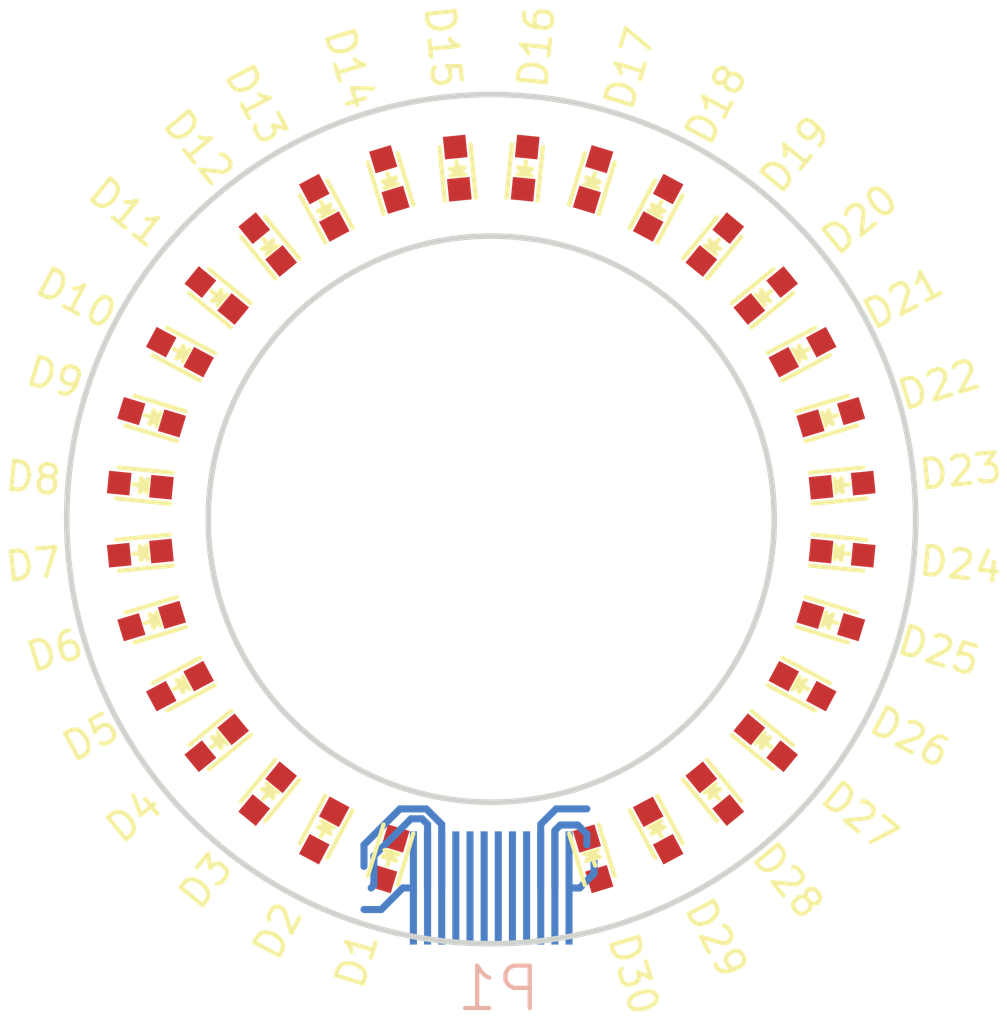
<source format=kicad_pcb>
(kicad_pcb (version 20160815) (host pcbnew "(2016-10-07 revision f14dc8f)-master")

  (general
    (links 60)
    (no_connects 60)
    (area 82.586734 81.61799 118.293184 117.9685)
    (thickness 1.6)
    (drawings 2)
    (tracks 25)
    (zones 0)
    (modules 31)
    (nets 7)
  )

  (page A4)
  (layers
    (0 F.Cu signal)
    (31 B.Cu signal)
    (32 B.Adhes user)
    (33 F.Adhes user)
    (34 B.Paste user)
    (35 F.Paste user)
    (36 B.SilkS user)
    (37 F.SilkS user)
    (38 B.Mask user)
    (39 F.Mask user)
    (40 Dwgs.User user)
    (41 Cmts.User user)
    (42 Eco1.User user)
    (43 Eco2.User user)
    (44 Edge.Cuts user)
    (45 Margin user)
    (46 B.CrtYd user)
    (47 F.CrtYd user)
    (48 B.Fab user)
    (49 F.Fab user)
  )

  (setup
    (last_trace_width 0.25)
    (trace_clearance 0.1)
    (zone_clearance 0.508)
    (zone_45_only no)
    (trace_min 0.2)
    (segment_width 0.2)
    (edge_width 0.2)
    (via_size 0.6)
    (via_drill 0.4)
    (via_min_size 0.4)
    (via_min_drill 0.3)
    (uvia_size 0.3)
    (uvia_drill 0.1)
    (uvias_allowed no)
    (uvia_min_size 0.2)
    (uvia_min_drill 0.1)
    (pcb_text_width 0.3)
    (pcb_text_size 1.5 1.5)
    (mod_edge_width 0.15)
    (mod_text_size 1 1)
    (mod_text_width 0.15)
    (pad_size 1.524 1.524)
    (pad_drill 0.762)
    (pad_to_mask_clearance 0.2)
    (aux_axis_origin 114.3 57.15)
    (visible_elements FFFEFF7F)
    (pcbplotparams
      (layerselection 0x00030_80000001)
      (usegerberextensions false)
      (excludeedgelayer true)
      (linewidth 0.100000)
      (plotframeref false)
      (viasonmask false)
      (mode 1)
      (useauxorigin false)
      (hpglpennumber 1)
      (hpglpenspeed 20)
      (hpglpendiameter 15)
      (psnegative false)
      (psa4output false)
      (plotreference true)
      (plotvalue true)
      (plotinvisibletext false)
      (padsonsilk false)
      (subtractmaskfromsilk false)
      (outputformat 1)
      (mirror false)
      (drillshape 1)
      (scaleselection 1)
      (outputdirectory ""))
  )

  (net 0 "")
  (net 1 A)
  (net 2 B)
  (net 3 C)
  (net 4 D)
  (net 5 E)
  (net 6 F)

  (net_class Default "This is the default net class."
    (clearance 0.1)
    (trace_width 0.25)
    (via_dia 0.6)
    (via_drill 0.4)
    (uvia_dia 0.3)
    (uvia_drill 0.1)
    (diff_pair_gap 0.25)
    (diff_pair_width 0.2)
    (add_net A)
    (add_net B)
    (add_net C)
    (add_net D)
    (add_net E)
    (add_net F)
  )

  (module LEDs:LED_0603 locked (layer F.Cu) (tedit 57F9E429) (tstamp 57F973F8)
    (at 96.4 112 253.1)
    (descr "LED 0603 smd package")
    (tags "LED led 0603 SMD smd SMT smt smdled SMDLED smtled SMTLED")
    (path /57F84DF8)
    (attr smd)
    (fp_text reference D1 (at 3.750132 0.062529 253.1) (layer F.SilkS)
      (effects (font (size 1 1) (thickness 0.15)))
    )
    (fp_text value LED (at 0 1.5 253.1) (layer F.Fab)
      (effects (font (size 1 1) (thickness 0.15)))
    )
    (fp_line (start -0.3 -0.2) (end -0.3 0.2) (layer F.Fab) (width 0.15))
    (fp_line (start -0.2 0) (end 0.1 -0.2) (layer F.Fab) (width 0.15))
    (fp_line (start 0.1 0.2) (end -0.2 0) (layer F.Fab) (width 0.15))
    (fp_line (start 0.1 -0.2) (end 0.1 0.2) (layer F.Fab) (width 0.15))
    (fp_line (start 0.8 0.4) (end -0.8 0.4) (layer F.Fab) (width 0.15))
    (fp_line (start 0.8 -0.4) (end 0.8 0.4) (layer F.Fab) (width 0.15))
    (fp_line (start -0.8 -0.4) (end 0.8 -0.4) (layer F.Fab) (width 0.15))
    (fp_line (start -0.8 0.4) (end -0.8 -0.4) (layer F.Fab) (width 0.15))
    (fp_line (start -1.1 0.55) (end 0.8 0.55) (layer F.SilkS) (width 0.15))
    (fp_line (start -1.1 -0.55) (end 0.8 -0.55) (layer F.SilkS) (width 0.15))
    (fp_line (start -0.2 0) (end 0.25 0) (layer F.SilkS) (width 0.15))
    (fp_line (start -0.25 -0.25) (end -0.25 0.25) (layer F.SilkS) (width 0.15))
    (fp_line (start -0.25 0) (end 0 -0.25) (layer F.SilkS) (width 0.15))
    (fp_line (start 0 -0.25) (end 0 0.25) (layer F.SilkS) (width 0.15))
    (fp_line (start 0 0.25) (end -0.25 0) (layer F.SilkS) (width 0.15))
    (fp_line (start 1.4 -0.75) (end 1.4 0.75) (layer F.CrtYd) (width 0.05))
    (fp_line (start 1.4 0.75) (end -1.4 0.75) (layer F.CrtYd) (width 0.05))
    (fp_line (start -1.4 0.75) (end -1.4 -0.75) (layer F.CrtYd) (width 0.05))
    (fp_line (start -1.4 -0.75) (end 1.4 -0.75) (layer F.CrtYd) (width 0.05))
    (pad 2 smd rect (at 0.7493 0 73.1) (size 0.79756 0.79756) (layers F.Cu F.Paste F.Mask)
      (net 1 A))
    (pad 1 smd rect (at -0.7493 0 73.1) (size 0.79756 0.79756) (layers F.Cu F.Paste F.Mask)
      (net 2 B))
    (model LEDs.3dshapes/LED_0603.wrl
      (at (xyz 0 0 0))
      (scale (xyz 1 1 1))
      (rotate (xyz 0 0 180))
    )
  )

  (module LEDs:LED_0603 locked (layer F.Cu) (tedit 57F9E429) (tstamp 57F97411)
    (at 94.1 111 241.9)
    (descr "LED 0603 smd package")
    (tags "LED led 0603 SMD smd SMT smt smdled SMDLED smtled SMTLED")
    (path /57F8508C)
    (attr smd)
    (fp_text reference D2 (at 3.909422 -0.22376 241.9) (layer F.SilkS)
      (effects (font (size 1 1) (thickness 0.15)))
    )
    (fp_text value LED (at 0 1.5 241.9) (layer F.Fab)
      (effects (font (size 1 1) (thickness 0.15)))
    )
    (fp_line (start -0.3 -0.2) (end -0.3 0.2) (layer F.Fab) (width 0.15))
    (fp_line (start -0.199999 0) (end 0.1 -0.2) (layer F.Fab) (width 0.15))
    (fp_line (start 0.1 0.200001) (end -0.199999 0) (layer F.Fab) (width 0.15))
    (fp_line (start 0.1 -0.2) (end 0.1 0.200001) (layer F.Fab) (width 0.15))
    (fp_line (start 0.8 0.4) (end -0.8 0.4) (layer F.Fab) (width 0.15))
    (fp_line (start 0.8 -0.4) (end 0.8 0.4) (layer F.Fab) (width 0.15))
    (fp_line (start -0.8 -0.4) (end 0.8 -0.4) (layer F.Fab) (width 0.15))
    (fp_line (start -0.8 0.4) (end -0.8 -0.4) (layer F.Fab) (width 0.15))
    (fp_line (start -1.1 0.55) (end 0.8 0.55) (layer F.SilkS) (width 0.15))
    (fp_line (start -1.1 -0.55) (end 0.8 -0.55) (layer F.SilkS) (width 0.15))
    (fp_line (start -0.199999 0) (end 0.25 0) (layer F.SilkS) (width 0.15))
    (fp_line (start -0.25 -0.25) (end -0.25 0.25) (layer F.SilkS) (width 0.15))
    (fp_line (start -0.25 0) (end 0 -0.25) (layer F.SilkS) (width 0.15))
    (fp_line (start 0 -0.25) (end 0 0.25) (layer F.SilkS) (width 0.15))
    (fp_line (start 0 0.25) (end -0.25 0) (layer F.SilkS) (width 0.15))
    (fp_line (start 1.4 -0.750001) (end 1.4 0.75) (layer F.CrtYd) (width 0.05))
    (fp_line (start 1.4 0.75) (end -1.4 0.750001) (layer F.CrtYd) (width 0.05))
    (fp_line (start -1.4 0.750001) (end -1.4 -0.75) (layer F.CrtYd) (width 0.05))
    (fp_line (start -1.4 -0.75) (end 1.4 -0.750001) (layer F.CrtYd) (width 0.05))
    (pad 2 smd rect (at 0.7493 0 61.9) (size 0.79756 0.79756) (layers F.Cu F.Paste F.Mask)
      (net 1 A))
    (pad 1 smd rect (at -0.7493 0 61.9) (size 0.79756 0.79756) (layers F.Cu F.Paste F.Mask)
      (net 3 C))
    (model LEDs.3dshapes/LED_0603.wrl
      (at (xyz 0 0 0))
      (scale (xyz 1 1 1))
      (rotate (xyz 0 0 180))
    )
  )

  (module LEDs:LED_0603 locked (layer F.Cu) (tedit 57F9E429) (tstamp 57F9742A)
    (at 92.1 109.7 230.6)
    (descr "LED 0603 smd package")
    (tags "LED led 0603 SMD smd SMT smt smdled SMDLED smtled SMTLED")
    (path /57F8550C)
    (attr smd)
    (fp_text reference D3 (at 3.76318 -0.264781 230.6) (layer F.SilkS)
      (effects (font (size 1 1) (thickness 0.15)))
    )
    (fp_text value LED (at 0 1.5 230.6) (layer F.Fab)
      (effects (font (size 1 1) (thickness 0.15)))
    )
    (fp_line (start -0.3 -0.2) (end -0.3 0.2) (layer F.Fab) (width 0.15))
    (fp_line (start -0.2 0) (end 0.1 -0.2) (layer F.Fab) (width 0.15))
    (fp_line (start 0.1 0.2) (end -0.2 0) (layer F.Fab) (width 0.15))
    (fp_line (start 0.1 -0.2) (end 0.1 0.2) (layer F.Fab) (width 0.15))
    (fp_line (start 0.8 0.4) (end -0.8 0.4) (layer F.Fab) (width 0.15))
    (fp_line (start 0.8 -0.4) (end 0.8 0.4) (layer F.Fab) (width 0.15))
    (fp_line (start -0.8 -0.4) (end 0.8 -0.4) (layer F.Fab) (width 0.15))
    (fp_line (start -0.8 0.4) (end -0.8 -0.4) (layer F.Fab) (width 0.15))
    (fp_line (start -1.1 0.55) (end 0.8 0.55) (layer F.SilkS) (width 0.15))
    (fp_line (start -1.1 -0.55) (end 0.8 -0.55) (layer F.SilkS) (width 0.15))
    (fp_line (start -0.2 0) (end 0.25 0) (layer F.SilkS) (width 0.15))
    (fp_line (start -0.25 -0.25) (end -0.25 0.25) (layer F.SilkS) (width 0.15))
    (fp_line (start -0.25 0) (end 0 -0.25) (layer F.SilkS) (width 0.15))
    (fp_line (start 0 -0.25) (end 0 0.25) (layer F.SilkS) (width 0.15))
    (fp_line (start 0 0.25) (end -0.25 0) (layer F.SilkS) (width 0.15))
    (fp_line (start 1.4 -0.75) (end 1.4 0.75) (layer F.CrtYd) (width 0.05))
    (fp_line (start 1.4 0.75) (end -1.4 0.75) (layer F.CrtYd) (width 0.05))
    (fp_line (start -1.4 0.75) (end -1.4 -0.75) (layer F.CrtYd) (width 0.05))
    (fp_line (start -1.4 -0.75) (end 1.4 -0.75) (layer F.CrtYd) (width 0.05))
    (pad 2 smd rect (at 0.7493 0 50.6) (size 0.79756 0.79756) (layers F.Cu F.Paste F.Mask)
      (net 1 A))
    (pad 1 smd rect (at -0.7493 0 50.6) (size 0.79756 0.79756) (layers F.Cu F.Paste F.Mask)
      (net 4 D))
    (model LEDs.3dshapes/LED_0603.wrl
      (at (xyz 0 0 0))
      (scale (xyz 1 1 1))
      (rotate (xyz 0 0 180))
    )
  )

  (module LEDs:LED_0603 locked (layer F.Cu) (tedit 57F9E429) (tstamp 57F97443)
    (at 90.3 107.9 219.4)
    (descr "LED 0603 smd package")
    (tags "LED led 0603 SMD smd SMT smt smdled SMDLED smtled SMTLED")
    (path /57F85539)
    (attr smd)
    (fp_text reference D4 (at 3.903425 -0.145428 219.4) (layer F.SilkS)
      (effects (font (size 1 1) (thickness 0.15)))
    )
    (fp_text value LED (at 0 1.5 219.4) (layer F.Fab)
      (effects (font (size 1 1) (thickness 0.15)))
    )
    (fp_line (start -0.3 -0.2) (end -0.3 0.2) (layer F.Fab) (width 0.15))
    (fp_line (start -0.2 0) (end 0.1 -0.2) (layer F.Fab) (width 0.15))
    (fp_line (start 0.1 0.2) (end -0.2 0) (layer F.Fab) (width 0.15))
    (fp_line (start 0.1 -0.2) (end 0.1 0.2) (layer F.Fab) (width 0.15))
    (fp_line (start 0.8 0.4) (end -0.8 0.4) (layer F.Fab) (width 0.15))
    (fp_line (start 0.8 -0.4) (end 0.8 0.4) (layer F.Fab) (width 0.15))
    (fp_line (start -0.8 -0.4) (end 0.8 -0.4) (layer F.Fab) (width 0.15))
    (fp_line (start -0.8 0.4) (end -0.8 -0.4) (layer F.Fab) (width 0.15))
    (fp_line (start -1.1 0.55) (end 0.8 0.55) (layer F.SilkS) (width 0.15))
    (fp_line (start -1.1 -0.55) (end 0.8 -0.55) (layer F.SilkS) (width 0.15))
    (fp_line (start -0.2 0) (end 0.25 0) (layer F.SilkS) (width 0.15))
    (fp_line (start -0.25 -0.25) (end -0.25 0.25) (layer F.SilkS) (width 0.15))
    (fp_line (start -0.25 0) (end 0 -0.25) (layer F.SilkS) (width 0.15))
    (fp_line (start 0 -0.25) (end 0 0.25) (layer F.SilkS) (width 0.15))
    (fp_line (start 0 0.25) (end -0.25 0) (layer F.SilkS) (width 0.15))
    (fp_line (start 1.4 -0.75) (end 1.4 0.75) (layer F.CrtYd) (width 0.05))
    (fp_line (start 1.4 0.75) (end -1.4 0.75) (layer F.CrtYd) (width 0.05))
    (fp_line (start -1.4 0.75) (end -1.4 -0.75) (layer F.CrtYd) (width 0.05))
    (fp_line (start -1.4 -0.75) (end 1.4 -0.75) (layer F.CrtYd) (width 0.05))
    (pad 2 smd rect (at 0.7493 0 39.4) (size 0.79756 0.79756) (layers F.Cu F.Paste F.Mask)
      (net 1 A))
    (pad 1 smd rect (at -0.7493 0 39.4) (size 0.79756 0.79756) (layers F.Cu F.Paste F.Mask)
      (net 5 E))
    (model LEDs.3dshapes/LED_0603.wrl
      (at (xyz 0 0 0))
      (scale (xyz 1 1 1))
      (rotate (xyz 0 0 180))
    )
  )

  (module LEDs:LED_0603 locked (layer F.Cu) (tedit 57F9E429) (tstamp 57F9745C)
    (at 89 105.9 208.1)
    (descr "LED 0603 smd package")
    (tags "LED led 0603 SMD smd SMT smt smdled SMDLED smtled SMTLED")
    (path /57F8555F)
    (attr smd)
    (fp_text reference D5 (at 3.622873 -0.101554 208.1) (layer F.SilkS)
      (effects (font (size 1 1) (thickness 0.15)))
    )
    (fp_text value LED (at 0 1.5 208.1) (layer F.Fab)
      (effects (font (size 1 1) (thickness 0.15)))
    )
    (fp_line (start -0.3 -0.2) (end -0.3 0.2) (layer F.Fab) (width 0.15))
    (fp_line (start -0.2 0) (end 0.1 -0.2) (layer F.Fab) (width 0.15))
    (fp_line (start 0.1 0.2) (end -0.2 0) (layer F.Fab) (width 0.15))
    (fp_line (start 0.1 -0.2) (end 0.1 0.2) (layer F.Fab) (width 0.15))
    (fp_line (start 0.8 0.4) (end -0.8 0.4) (layer F.Fab) (width 0.15))
    (fp_line (start 0.8 -0.4) (end 0.8 0.4) (layer F.Fab) (width 0.15))
    (fp_line (start -0.8 -0.4) (end 0.8 -0.4) (layer F.Fab) (width 0.15))
    (fp_line (start -0.8 0.4) (end -0.8 -0.4) (layer F.Fab) (width 0.15))
    (fp_line (start -1.1 0.55) (end 0.8 0.55) (layer F.SilkS) (width 0.15))
    (fp_line (start -1.1 -0.55) (end 0.8 -0.55) (layer F.SilkS) (width 0.15))
    (fp_line (start -0.2 0) (end 0.25 0) (layer F.SilkS) (width 0.15))
    (fp_line (start -0.25 -0.25) (end -0.25 0.25) (layer F.SilkS) (width 0.15))
    (fp_line (start -0.25 0) (end 0 -0.25) (layer F.SilkS) (width 0.15))
    (fp_line (start 0 -0.25) (end 0 0.25) (layer F.SilkS) (width 0.15))
    (fp_line (start 0 0.25) (end -0.25 0) (layer F.SilkS) (width 0.15))
    (fp_line (start 1.4 -0.75) (end 1.4 0.75) (layer F.CrtYd) (width 0.05))
    (fp_line (start 1.4 0.75) (end -1.4 0.75) (layer F.CrtYd) (width 0.05))
    (fp_line (start -1.4 0.75) (end -1.4 -0.75) (layer F.CrtYd) (width 0.05))
    (fp_line (start -1.4 -0.75) (end 1.4 -0.75) (layer F.CrtYd) (width 0.05))
    (pad 2 smd rect (at 0.7493 0 28.1) (size 0.79756 0.79756) (layers F.Cu F.Paste F.Mask)
      (net 1 A))
    (pad 1 smd rect (at -0.7493 0 28.1) (size 0.79756 0.79756) (layers F.Cu F.Paste F.Mask)
      (net 6 F))
    (model LEDs.3dshapes/LED_0603.wrl
      (at (xyz 0 0 0))
      (scale (xyz 1 1 1))
      (rotate (xyz 0 0 180))
    )
  )

  (module LEDs:LED_0603 locked (layer F.Cu) (tedit 57F9E429) (tstamp 57F97475)
    (at 88 103.6 196.9)
    (descr "LED 0603 smd package")
    (tags "LED led 0603 SMD smd SMT smt smdled SMDLED smtled SMTLED")
    (path /57F8558E)
    (attr smd)
    (fp_text reference D6 (at 3.575045 -0.009121 196.9) (layer F.SilkS)
      (effects (font (size 1 1) (thickness 0.15)))
    )
    (fp_text value LED (at 0 1.5 196.9) (layer F.Fab)
      (effects (font (size 1 1) (thickness 0.15)))
    )
    (fp_line (start -0.3 -0.2) (end -0.3 0.2) (layer F.Fab) (width 0.15))
    (fp_line (start -0.2 0) (end 0.1 -0.2) (layer F.Fab) (width 0.15))
    (fp_line (start 0.1 0.2) (end -0.2 0) (layer F.Fab) (width 0.15))
    (fp_line (start 0.1 -0.2) (end 0.1 0.2) (layer F.Fab) (width 0.15))
    (fp_line (start 0.8 0.4) (end -0.8 0.4) (layer F.Fab) (width 0.15))
    (fp_line (start 0.8 -0.4) (end 0.8 0.4) (layer F.Fab) (width 0.15))
    (fp_line (start -0.8 -0.4) (end 0.8 -0.4) (layer F.Fab) (width 0.15))
    (fp_line (start -0.8 0.4) (end -0.8 -0.4) (layer F.Fab) (width 0.15))
    (fp_line (start -1.1 0.55) (end 0.8 0.55) (layer F.SilkS) (width 0.15))
    (fp_line (start -1.1 -0.55) (end 0.8 -0.55) (layer F.SilkS) (width 0.15))
    (fp_line (start -0.2 0) (end 0.25 0) (layer F.SilkS) (width 0.15))
    (fp_line (start -0.25 -0.25) (end -0.25 0.25) (layer F.SilkS) (width 0.15))
    (fp_line (start -0.25 0) (end 0 -0.25) (layer F.SilkS) (width 0.15))
    (fp_line (start 0 -0.25) (end 0 0.25) (layer F.SilkS) (width 0.15))
    (fp_line (start 0 0.25) (end -0.25 0) (layer F.SilkS) (width 0.15))
    (fp_line (start 1.4 -0.75) (end 1.4 0.75) (layer F.CrtYd) (width 0.05))
    (fp_line (start 1.4 0.75) (end -1.4 0.75) (layer F.CrtYd) (width 0.05))
    (fp_line (start -1.4 0.75) (end -1.4 -0.75) (layer F.CrtYd) (width 0.05))
    (fp_line (start -1.4 -0.75) (end 1.4 -0.75) (layer F.CrtYd) (width 0.05))
    (pad 2 smd rect (at 0.7493 0 16.9) (size 0.79756 0.79756) (layers F.Cu F.Paste F.Mask)
      (net 2 B))
    (pad 1 smd rect (at -0.7493 0 16.9) (size 0.79756 0.79756) (layers F.Cu F.Paste F.Mask)
      (net 1 A))
    (model LEDs.3dshapes/LED_0603.wrl
      (at (xyz 0 0 0))
      (scale (xyz 1 1 1))
      (rotate (xyz 0 0 180))
    )
  )

  (module LEDs:LED_0603 locked (layer F.Cu) (tedit 57F9E429) (tstamp 57F9748E)
    (at 87.6 101.2 185.6)
    (descr "LED 0603 smd package")
    (tags "LED led 0603 SMD smd SMT smt smdled SMDLED smtled SMTLED")
    (path /57F855F2)
    (attr smd)
    (fp_text reference D7 (at 3.800993 -0.029228 185.6) (layer F.SilkS)
      (effects (font (size 1 1) (thickness 0.15)))
    )
    (fp_text value LED (at 0 1.5 185.6) (layer F.Fab)
      (effects (font (size 1 1) (thickness 0.15)))
    )
    (fp_line (start -0.3 -0.2) (end -0.3 0.2) (layer F.Fab) (width 0.15))
    (fp_line (start -0.2 0) (end 0.1 -0.2) (layer F.Fab) (width 0.15))
    (fp_line (start 0.1 0.2) (end -0.2 0) (layer F.Fab) (width 0.15))
    (fp_line (start 0.1 -0.2) (end 0.1 0.2) (layer F.Fab) (width 0.15))
    (fp_line (start 0.8 0.4) (end -0.8 0.4) (layer F.Fab) (width 0.15))
    (fp_line (start 0.8 -0.4) (end 0.8 0.4) (layer F.Fab) (width 0.15))
    (fp_line (start -0.8 -0.4) (end 0.8 -0.4) (layer F.Fab) (width 0.15))
    (fp_line (start -0.8 0.4) (end -0.8 -0.4) (layer F.Fab) (width 0.15))
    (fp_line (start -1.1 0.55) (end 0.8 0.55) (layer F.SilkS) (width 0.15))
    (fp_line (start -1.1 -0.55) (end 0.8 -0.55) (layer F.SilkS) (width 0.15))
    (fp_line (start -0.2 0) (end 0.25 0) (layer F.SilkS) (width 0.15))
    (fp_line (start -0.25 -0.25) (end -0.25 0.25) (layer F.SilkS) (width 0.15))
    (fp_line (start -0.25 0) (end 0 -0.25) (layer F.SilkS) (width 0.15))
    (fp_line (start 0 -0.25) (end 0 0.25) (layer F.SilkS) (width 0.15))
    (fp_line (start 0 0.25) (end -0.25 0) (layer F.SilkS) (width 0.15))
    (fp_line (start 1.4 -0.75) (end 1.4 0.75) (layer F.CrtYd) (width 0.05))
    (fp_line (start 1.4 0.75) (end -1.4 0.75) (layer F.CrtYd) (width 0.05))
    (fp_line (start -1.4 0.75) (end -1.4 -0.75) (layer F.CrtYd) (width 0.05))
    (fp_line (start -1.4 -0.75) (end 1.4 -0.75) (layer F.CrtYd) (width 0.05))
    (pad 2 smd rect (at 0.7493 0 5.6) (size 0.79756 0.79756) (layers F.Cu F.Paste F.Mask)
      (net 2 B))
    (pad 1 smd rect (at -0.7493 0 5.6) (size 0.79756 0.79756) (layers F.Cu F.Paste F.Mask)
      (net 3 C))
    (model LEDs.3dshapes/LED_0603.wrl
      (at (xyz 0 0 0))
      (scale (xyz 1 1 1))
      (rotate (xyz 0 0 180))
    )
  )

  (module LEDs:LED_0603 locked (layer F.Cu) (tedit 57F9E429) (tstamp 57F974A7)
    (at 87.6 98.8 174.4)
    (descr "LED 0603 smd package")
    (tags "LED led 0603 SMD smd SMT smt smdled SMDLED smtled SMTLED")
    (path /57F856B8)
    (attr smd)
    (fp_text reference D8 (at 3.78616 -0.122047 174.4) (layer F.SilkS)
      (effects (font (size 1 1) (thickness 0.15)))
    )
    (fp_text value LED (at 0 1.5 174.4) (layer F.Fab)
      (effects (font (size 1 1) (thickness 0.15)))
    )
    (fp_line (start -0.3 -0.2) (end -0.3 0.2) (layer F.Fab) (width 0.15))
    (fp_line (start -0.2 0) (end 0.1 -0.2) (layer F.Fab) (width 0.15))
    (fp_line (start 0.1 0.2) (end -0.2 0) (layer F.Fab) (width 0.15))
    (fp_line (start 0.1 -0.2) (end 0.1 0.2) (layer F.Fab) (width 0.15))
    (fp_line (start 0.8 0.4) (end -0.8 0.4) (layer F.Fab) (width 0.15))
    (fp_line (start 0.8 -0.4) (end 0.8 0.4) (layer F.Fab) (width 0.15))
    (fp_line (start -0.8 -0.4) (end 0.8 -0.4) (layer F.Fab) (width 0.15))
    (fp_line (start -0.8 0.4) (end -0.8 -0.4) (layer F.Fab) (width 0.15))
    (fp_line (start -1.1 0.55) (end 0.8 0.55) (layer F.SilkS) (width 0.15))
    (fp_line (start -1.1 -0.55) (end 0.8 -0.55) (layer F.SilkS) (width 0.15))
    (fp_line (start -0.2 0) (end 0.25 0) (layer F.SilkS) (width 0.15))
    (fp_line (start -0.25 -0.25) (end -0.25 0.25) (layer F.SilkS) (width 0.15))
    (fp_line (start -0.25 0) (end 0 -0.25) (layer F.SilkS) (width 0.15))
    (fp_line (start 0 -0.25) (end 0 0.25) (layer F.SilkS) (width 0.15))
    (fp_line (start 0 0.25) (end -0.25 0) (layer F.SilkS) (width 0.15))
    (fp_line (start 1.4 -0.75) (end 1.4 0.75) (layer F.CrtYd) (width 0.05))
    (fp_line (start 1.4 0.75) (end -1.4 0.75) (layer F.CrtYd) (width 0.05))
    (fp_line (start -1.4 0.75) (end -1.4 -0.75) (layer F.CrtYd) (width 0.05))
    (fp_line (start -1.4 -0.75) (end 1.4 -0.75) (layer F.CrtYd) (width 0.05))
    (pad 2 smd rect (at 0.7493 0 354.4) (size 0.79756 0.79756) (layers F.Cu F.Paste F.Mask)
      (net 2 B))
    (pad 1 smd rect (at -0.7493 0 354.4) (size 0.79756 0.79756) (layers F.Cu F.Paste F.Mask)
      (net 4 D))
    (model LEDs.3dshapes/LED_0603.wrl
      (at (xyz 0 0 0))
      (scale (xyz 1 1 1))
      (rotate (xyz 0 0 180))
    )
  )

  (module LEDs:LED_0603 locked (layer F.Cu) (tedit 57F9E429) (tstamp 57F974C0)
    (at 88 96.4 163.1)
    (descr "LED 0603 smd package")
    (tags "LED led 0603 SMD smd SMT smt smdled SMDLED smtled SMTLED")
    (path /57F85700)
    (attr smd)
    (fp_text reference D9 (at 3.678535 0.349746 163.1) (layer F.SilkS)
      (effects (font (size 1 1) (thickness 0.15)))
    )
    (fp_text value LED (at 0 1.5 163.1) (layer F.Fab)
      (effects (font (size 1 1) (thickness 0.15)))
    )
    (fp_line (start -0.3 -0.2) (end -0.3 0.2) (layer F.Fab) (width 0.15))
    (fp_line (start -0.2 0) (end 0.1 -0.2) (layer F.Fab) (width 0.15))
    (fp_line (start 0.1 0.2) (end -0.2 0) (layer F.Fab) (width 0.15))
    (fp_line (start 0.1 -0.2) (end 0.1 0.2) (layer F.Fab) (width 0.15))
    (fp_line (start 0.8 0.4) (end -0.8 0.4) (layer F.Fab) (width 0.15))
    (fp_line (start 0.8 -0.4) (end 0.8 0.4) (layer F.Fab) (width 0.15))
    (fp_line (start -0.8 -0.4) (end 0.8 -0.4) (layer F.Fab) (width 0.15))
    (fp_line (start -0.8 0.4) (end -0.8 -0.4) (layer F.Fab) (width 0.15))
    (fp_line (start -1.1 0.55) (end 0.8 0.55) (layer F.SilkS) (width 0.15))
    (fp_line (start -1.1 -0.55) (end 0.8 -0.55) (layer F.SilkS) (width 0.15))
    (fp_line (start -0.2 0) (end 0.25 0) (layer F.SilkS) (width 0.15))
    (fp_line (start -0.25 -0.25) (end -0.25 0.25) (layer F.SilkS) (width 0.15))
    (fp_line (start -0.25 0) (end 0 -0.25) (layer F.SilkS) (width 0.15))
    (fp_line (start 0 -0.25) (end 0 0.25) (layer F.SilkS) (width 0.15))
    (fp_line (start 0 0.25) (end -0.25 0) (layer F.SilkS) (width 0.15))
    (fp_line (start 1.4 -0.75) (end 1.4 0.75) (layer F.CrtYd) (width 0.05))
    (fp_line (start 1.4 0.75) (end -1.4 0.75) (layer F.CrtYd) (width 0.05))
    (fp_line (start -1.4 0.75) (end -1.4 -0.75) (layer F.CrtYd) (width 0.05))
    (fp_line (start -1.4 -0.75) (end 1.4 -0.75) (layer F.CrtYd) (width 0.05))
    (pad 2 smd rect (at 0.7493 0 343.1) (size 0.79756 0.79756) (layers F.Cu F.Paste F.Mask)
      (net 2 B))
    (pad 1 smd rect (at -0.7493 0 343.1) (size 0.79756 0.79756) (layers F.Cu F.Paste F.Mask)
      (net 5 E))
    (model LEDs.3dshapes/LED_0603.wrl
      (at (xyz 0 0 0))
      (scale (xyz 1 1 1))
      (rotate (xyz 0 0 180))
    )
  )

  (module LEDs:LED_0603 locked (layer F.Cu) (tedit 57F9E429) (tstamp 57F974D9)
    (at 89 94.1 151.9)
    (descr "LED 0603 smd package")
    (tags "LED led 0603 SMD smd SMT smt smdled SMDLED smtled SMTLED")
    (path /57F85735)
    (attr smd)
    (fp_text reference D10 (at 4.119036 -0.047743 151.9) (layer F.SilkS)
      (effects (font (size 1 1) (thickness 0.15)))
    )
    (fp_text value LED (at 0 1.5 151.9) (layer F.Fab)
      (effects (font (size 1 1) (thickness 0.15)))
    )
    (fp_line (start -0.3 -0.2) (end -0.3 0.2) (layer F.Fab) (width 0.15))
    (fp_line (start -0.2 0) (end 0.1 -0.2) (layer F.Fab) (width 0.15))
    (fp_line (start 0.1 0.2) (end -0.2 0) (layer F.Fab) (width 0.15))
    (fp_line (start 0.1 -0.2) (end 0.1 0.2) (layer F.Fab) (width 0.15))
    (fp_line (start 0.8 0.4) (end -0.8 0.4) (layer F.Fab) (width 0.15))
    (fp_line (start 0.8 -0.4) (end 0.8 0.4) (layer F.Fab) (width 0.15))
    (fp_line (start -0.8 -0.4) (end 0.8 -0.4) (layer F.Fab) (width 0.15))
    (fp_line (start -0.8 0.4) (end -0.8 -0.4) (layer F.Fab) (width 0.15))
    (fp_line (start -1.1 0.55) (end 0.8 0.55) (layer F.SilkS) (width 0.15))
    (fp_line (start -1.1 -0.55) (end 0.8 -0.55) (layer F.SilkS) (width 0.15))
    (fp_line (start -0.2 0) (end 0.25 0) (layer F.SilkS) (width 0.15))
    (fp_line (start -0.25 -0.25) (end -0.25 0.25) (layer F.SilkS) (width 0.15))
    (fp_line (start -0.25 0) (end 0 -0.25) (layer F.SilkS) (width 0.15))
    (fp_line (start 0 -0.25) (end 0 0.25) (layer F.SilkS) (width 0.15))
    (fp_line (start 0 0.25) (end -0.25 0) (layer F.SilkS) (width 0.15))
    (fp_line (start 1.4 -0.75) (end 1.4 0.75) (layer F.CrtYd) (width 0.05))
    (fp_line (start 1.4 0.75) (end -1.4 0.75) (layer F.CrtYd) (width 0.05))
    (fp_line (start -1.4 0.75) (end -1.4 -0.75) (layer F.CrtYd) (width 0.05))
    (fp_line (start -1.4 -0.75) (end 1.4 -0.75) (layer F.CrtYd) (width 0.05))
    (pad 2 smd rect (at 0.7493 0 331.9) (size 0.79756 0.79756) (layers F.Cu F.Paste F.Mask)
      (net 2 B))
    (pad 1 smd rect (at -0.7493 0 331.9) (size 0.79756 0.79756) (layers F.Cu F.Paste F.Mask)
      (net 6 F))
    (model LEDs.3dshapes/LED_0603.wrl
      (at (xyz 0 0 0))
      (scale (xyz 1 1 1))
      (rotate (xyz 0 0 180))
    )
  )

  (module LEDs:LED_0603 locked (layer F.Cu) (tedit 57F9E429) (tstamp 57F974F2)
    (at 90.3 92.1 140.6)
    (descr "LED 0603 smd package")
    (tags "LED led 0603 SMD smd SMT smt smdled SMDLED smtled SMTLED")
    (path /57F859CD)
    (attr smd)
    (fp_text reference D11 (at 4.325663 0.2593 140.6) (layer F.SilkS)
      (effects (font (size 1 1) (thickness 0.15)))
    )
    (fp_text value LED (at 0 1.5 140.6) (layer F.Fab)
      (effects (font (size 1 1) (thickness 0.15)))
    )
    (fp_line (start -0.3 -0.2) (end -0.3 0.2) (layer F.Fab) (width 0.15))
    (fp_line (start -0.2 0) (end 0.1 -0.2) (layer F.Fab) (width 0.15))
    (fp_line (start 0.1 0.2) (end -0.2 0) (layer F.Fab) (width 0.15))
    (fp_line (start 0.1 -0.2) (end 0.1 0.2) (layer F.Fab) (width 0.15))
    (fp_line (start 0.8 0.4) (end -0.8 0.4) (layer F.Fab) (width 0.15))
    (fp_line (start 0.8 -0.4) (end 0.8 0.4) (layer F.Fab) (width 0.15))
    (fp_line (start -0.8 -0.4) (end 0.8 -0.4) (layer F.Fab) (width 0.15))
    (fp_line (start -0.8 0.4) (end -0.8 -0.4) (layer F.Fab) (width 0.15))
    (fp_line (start -1.1 0.55) (end 0.8 0.55) (layer F.SilkS) (width 0.15))
    (fp_line (start -1.1 -0.55) (end 0.8 -0.55) (layer F.SilkS) (width 0.15))
    (fp_line (start -0.2 0) (end 0.25 0) (layer F.SilkS) (width 0.15))
    (fp_line (start -0.25 -0.25) (end -0.25 0.25) (layer F.SilkS) (width 0.15))
    (fp_line (start -0.25 0) (end 0 -0.25) (layer F.SilkS) (width 0.15))
    (fp_line (start 0 -0.25) (end 0 0.25) (layer F.SilkS) (width 0.15))
    (fp_line (start 0 0.25) (end -0.25 0) (layer F.SilkS) (width 0.15))
    (fp_line (start 1.4 -0.75) (end 1.4 0.75) (layer F.CrtYd) (width 0.05))
    (fp_line (start 1.4 0.75) (end -1.4 0.75) (layer F.CrtYd) (width 0.05))
    (fp_line (start -1.4 0.75) (end -1.4 -0.75) (layer F.CrtYd) (width 0.05))
    (fp_line (start -1.4 -0.75) (end 1.4 -0.75) (layer F.CrtYd) (width 0.05))
    (pad 2 smd rect (at 0.7493 0 320.6) (size 0.79756 0.79756) (layers F.Cu F.Paste F.Mask)
      (net 3 C))
    (pad 1 smd rect (at -0.7493 0 320.6) (size 0.79756 0.79756) (layers F.Cu F.Paste F.Mask)
      (net 1 A))
    (model LEDs.3dshapes/LED_0603.wrl
      (at (xyz 0 0 0))
      (scale (xyz 1 1 1))
      (rotate (xyz 0 0 180))
    )
  )

  (module LEDs:LED_0603 locked (layer F.Cu) (tedit 57F9E429) (tstamp 57F9750B)
    (at 92.1 90.3 129.4)
    (descr "LED 0603 smd package")
    (tags "LED led 0603 SMD smd SMT smt smdled SMDLED smtled SMTLED")
    (path /57F85A16)
    (attr smd)
    (fp_text reference D12 (at 4.199495 0.294471 129.4) (layer F.SilkS)
      (effects (font (size 1 1) (thickness 0.15)))
    )
    (fp_text value LED (at 0 1.5 129.4) (layer F.Fab)
      (effects (font (size 1 1) (thickness 0.15)))
    )
    (fp_line (start -0.3 -0.2) (end -0.3 0.2) (layer F.Fab) (width 0.15))
    (fp_line (start -0.2 0) (end 0.1 -0.2) (layer F.Fab) (width 0.15))
    (fp_line (start 0.1 0.2) (end -0.2 0) (layer F.Fab) (width 0.15))
    (fp_line (start 0.1 -0.2) (end 0.1 0.2) (layer F.Fab) (width 0.15))
    (fp_line (start 0.8 0.4) (end -0.8 0.4) (layer F.Fab) (width 0.15))
    (fp_line (start 0.8 -0.4) (end 0.8 0.4) (layer F.Fab) (width 0.15))
    (fp_line (start -0.8 -0.4) (end 0.8 -0.4) (layer F.Fab) (width 0.15))
    (fp_line (start -0.8 0.4) (end -0.8 -0.4) (layer F.Fab) (width 0.15))
    (fp_line (start -1.1 0.55) (end 0.8 0.55) (layer F.SilkS) (width 0.15))
    (fp_line (start -1.1 -0.55) (end 0.8 -0.55) (layer F.SilkS) (width 0.15))
    (fp_line (start -0.2 0) (end 0.25 0) (layer F.SilkS) (width 0.15))
    (fp_line (start -0.25 -0.25) (end -0.25 0.25) (layer F.SilkS) (width 0.15))
    (fp_line (start -0.25 0) (end 0 -0.25) (layer F.SilkS) (width 0.15))
    (fp_line (start 0 -0.25) (end 0 0.25) (layer F.SilkS) (width 0.15))
    (fp_line (start 0 0.25) (end -0.25 0) (layer F.SilkS) (width 0.15))
    (fp_line (start 1.4 -0.75) (end 1.4 0.75) (layer F.CrtYd) (width 0.05))
    (fp_line (start 1.4 0.75) (end -1.4 0.75) (layer F.CrtYd) (width 0.05))
    (fp_line (start -1.4 0.75) (end -1.4 -0.75) (layer F.CrtYd) (width 0.05))
    (fp_line (start -1.4 -0.75) (end 1.4 -0.75) (layer F.CrtYd) (width 0.05))
    (pad 2 smd rect (at 0.7493 0 309.4) (size 0.79756 0.79756) (layers F.Cu F.Paste F.Mask)
      (net 3 C))
    (pad 1 smd rect (at -0.7493 0 309.4) (size 0.79756 0.79756) (layers F.Cu F.Paste F.Mask)
      (net 2 B))
    (model LEDs.3dshapes/LED_0603.wrl
      (at (xyz 0 0 0))
      (scale (xyz 1 1 1))
      (rotate (xyz 0 0 180))
    )
  )

  (module LEDs:LED_0603 locked (layer F.Cu) (tedit 57F9E429) (tstamp 57F97524)
    (at 94.1 89 118.1)
    (descr "LED 0603 smd package")
    (tags "LED led 0603 SMD smd SMT smt smdled SMDLED smtled SMTLED")
    (path /57F85A5C)
    (attr smd)
    (fp_text reference D13 (at 4.35831 -0.400378 118.1) (layer F.SilkS)
      (effects (font (size 1 1) (thickness 0.15)))
    )
    (fp_text value LED (at 0 1.5 118.1) (layer F.Fab)
      (effects (font (size 1 1) (thickness 0.15)))
    )
    (fp_line (start -0.3 -0.2) (end -0.3 0.2) (layer F.Fab) (width 0.15))
    (fp_line (start -0.2 0) (end 0.1 -0.2) (layer F.Fab) (width 0.15))
    (fp_line (start 0.1 0.2) (end -0.2 0) (layer F.Fab) (width 0.15))
    (fp_line (start 0.1 -0.2) (end 0.1 0.2) (layer F.Fab) (width 0.15))
    (fp_line (start 0.8 0.4) (end -0.8 0.4) (layer F.Fab) (width 0.15))
    (fp_line (start 0.8 -0.4) (end 0.8 0.4) (layer F.Fab) (width 0.15))
    (fp_line (start -0.8 -0.4) (end 0.8 -0.4) (layer F.Fab) (width 0.15))
    (fp_line (start -0.8 0.4) (end -0.8 -0.4) (layer F.Fab) (width 0.15))
    (fp_line (start -1.1 0.55) (end 0.8 0.55) (layer F.SilkS) (width 0.15))
    (fp_line (start -1.1 -0.55) (end 0.8 -0.55) (layer F.SilkS) (width 0.15))
    (fp_line (start -0.2 0) (end 0.25 0) (layer F.SilkS) (width 0.15))
    (fp_line (start -0.25 -0.25) (end -0.25 0.25) (layer F.SilkS) (width 0.15))
    (fp_line (start -0.25 0) (end 0 -0.25) (layer F.SilkS) (width 0.15))
    (fp_line (start 0 -0.25) (end 0 0.25) (layer F.SilkS) (width 0.15))
    (fp_line (start 0 0.25) (end -0.25 0) (layer F.SilkS) (width 0.15))
    (fp_line (start 1.4 -0.75) (end 1.4 0.75) (layer F.CrtYd) (width 0.05))
    (fp_line (start 1.4 0.75) (end -1.4 0.75) (layer F.CrtYd) (width 0.05))
    (fp_line (start -1.4 0.75) (end -1.4 -0.75) (layer F.CrtYd) (width 0.05))
    (fp_line (start -1.4 -0.75) (end 1.4 -0.75) (layer F.CrtYd) (width 0.05))
    (pad 2 smd rect (at 0.7493 0 298.1) (size 0.79756 0.79756) (layers F.Cu F.Paste F.Mask)
      (net 3 C))
    (pad 1 smd rect (at -0.7493 0 298.1) (size 0.79756 0.79756) (layers F.Cu F.Paste F.Mask)
      (net 4 D))
    (model LEDs.3dshapes/LED_0603.wrl
      (at (xyz 0 0 0))
      (scale (xyz 1 1 1))
      (rotate (xyz 0 0 180))
    )
  )

  (module LEDs:LED_0603 locked (layer F.Cu) (tedit 57F9E429) (tstamp 57F9753D)
    (at 96.4 88 106.9)
    (descr "LED 0603 smd package")
    (tags "LED led 0603 SMD smd SMT smt smdled SMDLED smtled SMTLED")
    (path /57F85AB5)
    (attr smd)
    (fp_text reference D14 (at 4.164596 -0.202069 106.9) (layer F.SilkS)
      (effects (font (size 1 1) (thickness 0.15)))
    )
    (fp_text value LED (at 0 1.5 106.9) (layer F.Fab)
      (effects (font (size 1 1) (thickness 0.15)))
    )
    (fp_line (start -0.3 -0.2) (end -0.3 0.2) (layer F.Fab) (width 0.15))
    (fp_line (start -0.2 0) (end 0.1 -0.2) (layer F.Fab) (width 0.15))
    (fp_line (start 0.1 0.2) (end -0.2 0) (layer F.Fab) (width 0.15))
    (fp_line (start 0.1 -0.2) (end 0.1 0.2) (layer F.Fab) (width 0.15))
    (fp_line (start 0.8 0.4) (end -0.8 0.4) (layer F.Fab) (width 0.15))
    (fp_line (start 0.8 -0.4) (end 0.8 0.4) (layer F.Fab) (width 0.15))
    (fp_line (start -0.8 -0.4) (end 0.8 -0.4) (layer F.Fab) (width 0.15))
    (fp_line (start -0.8 0.4) (end -0.8 -0.4) (layer F.Fab) (width 0.15))
    (fp_line (start -1.1 0.55) (end 0.8 0.55) (layer F.SilkS) (width 0.15))
    (fp_line (start -1.1 -0.55) (end 0.8 -0.55) (layer F.SilkS) (width 0.15))
    (fp_line (start -0.2 0) (end 0.25 0) (layer F.SilkS) (width 0.15))
    (fp_line (start -0.25 -0.25) (end -0.25 0.25) (layer F.SilkS) (width 0.15))
    (fp_line (start -0.25 0) (end 0 -0.25) (layer F.SilkS) (width 0.15))
    (fp_line (start 0 -0.25) (end 0 0.25) (layer F.SilkS) (width 0.15))
    (fp_line (start 0 0.25) (end -0.25 0) (layer F.SilkS) (width 0.15))
    (fp_line (start 1.4 -0.75) (end 1.4 0.75) (layer F.CrtYd) (width 0.05))
    (fp_line (start 1.4 0.75) (end -1.4 0.75) (layer F.CrtYd) (width 0.05))
    (fp_line (start -1.4 0.75) (end -1.4 -0.75) (layer F.CrtYd) (width 0.05))
    (fp_line (start -1.4 -0.75) (end 1.4 -0.75) (layer F.CrtYd) (width 0.05))
    (pad 2 smd rect (at 0.7493 0 286.9) (size 0.79756 0.79756) (layers F.Cu F.Paste F.Mask)
      (net 3 C))
    (pad 1 smd rect (at -0.7493 0 286.9) (size 0.79756 0.79756) (layers F.Cu F.Paste F.Mask)
      (net 5 E))
    (model LEDs.3dshapes/LED_0603.wrl
      (at (xyz 0 0 0))
      (scale (xyz 1 1 1))
      (rotate (xyz 0 0 180))
    )
  )

  (module LEDs:LED_0603 locked (layer F.Cu) (tedit 57F9E429) (tstamp 57F97556)
    (at 98.8 87.6 95.6)
    (descr "LED 0603 smd package")
    (tags "LED led 0603 SMD smd SMT smt smdled SMDLED smtled SMTLED")
    (path /57F85AFB)
    (attr smd)
    (fp_text reference D15 (at 4.316522 -0.081169 95.6) (layer F.SilkS)
      (effects (font (size 1 1) (thickness 0.15)))
    )
    (fp_text value LED (at 0 1.5 95.6) (layer F.Fab)
      (effects (font (size 1 1) (thickness 0.15)))
    )
    (fp_line (start -0.3 -0.2) (end -0.3 0.2) (layer F.Fab) (width 0.15))
    (fp_line (start -0.2 0) (end 0.1 -0.2) (layer F.Fab) (width 0.15))
    (fp_line (start 0.1 0.2) (end -0.2 0) (layer F.Fab) (width 0.15))
    (fp_line (start 0.1 -0.2) (end 0.1 0.2) (layer F.Fab) (width 0.15))
    (fp_line (start 0.8 0.4) (end -0.8 0.4) (layer F.Fab) (width 0.15))
    (fp_line (start 0.8 -0.4) (end 0.8 0.4) (layer F.Fab) (width 0.15))
    (fp_line (start -0.8 -0.4) (end 0.8 -0.4) (layer F.Fab) (width 0.15))
    (fp_line (start -0.8 0.4) (end -0.8 -0.4) (layer F.Fab) (width 0.15))
    (fp_line (start -1.1 0.55) (end 0.8 0.55) (layer F.SilkS) (width 0.15))
    (fp_line (start -1.1 -0.55) (end 0.8 -0.55) (layer F.SilkS) (width 0.15))
    (fp_line (start -0.2 0) (end 0.25 0) (layer F.SilkS) (width 0.15))
    (fp_line (start -0.25 -0.25) (end -0.25 0.25) (layer F.SilkS) (width 0.15))
    (fp_line (start -0.25 0) (end 0 -0.25) (layer F.SilkS) (width 0.15))
    (fp_line (start 0 -0.25) (end 0 0.25) (layer F.SilkS) (width 0.15))
    (fp_line (start 0 0.25) (end -0.25 0) (layer F.SilkS) (width 0.15))
    (fp_line (start 1.4 -0.75) (end 1.4 0.75) (layer F.CrtYd) (width 0.05))
    (fp_line (start 1.4 0.75) (end -1.4 0.75) (layer F.CrtYd) (width 0.05))
    (fp_line (start -1.4 0.75) (end -1.4 -0.75) (layer F.CrtYd) (width 0.05))
    (fp_line (start -1.4 -0.75) (end 1.4 -0.75) (layer F.CrtYd) (width 0.05))
    (pad 2 smd rect (at 0.7493 0 275.6) (size 0.79756 0.79756) (layers F.Cu F.Paste F.Mask)
      (net 3 C))
    (pad 1 smd rect (at -0.7493 0 275.6) (size 0.79756 0.79756) (layers F.Cu F.Paste F.Mask)
      (net 6 F))
    (model LEDs.3dshapes/LED_0603.wrl
      (at (xyz 0 0 0))
      (scale (xyz 1 1 1))
      (rotate (xyz 0 0 180))
    )
  )

  (module LEDs:LED_0603 locked (layer F.Cu) (tedit 57F9E429) (tstamp 57F9756F)
    (at 101.2 87.6 84.4)
    (descr "LED 0603 smd package")
    (tags "LED led 0603 SMD smd SMT smt smdled SMDLED smtled SMTLED")
    (path /57F85CCE)
    (attr smd)
    (fp_text reference D16 (at 4.306568 -0.020345 84.4) (layer F.SilkS)
      (effects (font (size 1 1) (thickness 0.15)))
    )
    (fp_text value LED (at 0 1.5 84.4) (layer F.Fab)
      (effects (font (size 1 1) (thickness 0.15)))
    )
    (fp_line (start -0.3 -0.2) (end -0.3 0.2) (layer F.Fab) (width 0.15))
    (fp_line (start -0.2 0) (end 0.1 -0.2) (layer F.Fab) (width 0.15))
    (fp_line (start 0.1 0.2) (end -0.2 0) (layer F.Fab) (width 0.15))
    (fp_line (start 0.1 -0.2) (end 0.1 0.2) (layer F.Fab) (width 0.15))
    (fp_line (start 0.8 0.4) (end -0.8 0.4) (layer F.Fab) (width 0.15))
    (fp_line (start 0.8 -0.4) (end 0.8 0.4) (layer F.Fab) (width 0.15))
    (fp_line (start -0.8 -0.4) (end 0.8 -0.4) (layer F.Fab) (width 0.15))
    (fp_line (start -0.8 0.4) (end -0.8 -0.4) (layer F.Fab) (width 0.15))
    (fp_line (start -1.1 0.55) (end 0.8 0.55) (layer F.SilkS) (width 0.15))
    (fp_line (start -1.1 -0.55) (end 0.8 -0.55) (layer F.SilkS) (width 0.15))
    (fp_line (start -0.2 0) (end 0.25 0) (layer F.SilkS) (width 0.15))
    (fp_line (start -0.25 -0.25) (end -0.25 0.25) (layer F.SilkS) (width 0.15))
    (fp_line (start -0.25 0) (end 0 -0.25) (layer F.SilkS) (width 0.15))
    (fp_line (start 0 -0.25) (end 0 0.25) (layer F.SilkS) (width 0.15))
    (fp_line (start 0 0.25) (end -0.25 0) (layer F.SilkS) (width 0.15))
    (fp_line (start 1.4 -0.75) (end 1.4 0.75) (layer F.CrtYd) (width 0.05))
    (fp_line (start 1.4 0.75) (end -1.4 0.75) (layer F.CrtYd) (width 0.05))
    (fp_line (start -1.4 0.75) (end -1.4 -0.75) (layer F.CrtYd) (width 0.05))
    (fp_line (start -1.4 -0.75) (end 1.4 -0.75) (layer F.CrtYd) (width 0.05))
    (pad 2 smd rect (at 0.7493 0 264.4) (size 0.79756 0.79756) (layers F.Cu F.Paste F.Mask)
      (net 4 D))
    (pad 1 smd rect (at -0.7493 0 264.4) (size 0.79756 0.79756) (layers F.Cu F.Paste F.Mask)
      (net 1 A))
    (model LEDs.3dshapes/LED_0603.wrl
      (at (xyz 0 0 0))
      (scale (xyz 1 1 1))
      (rotate (xyz 0 0 180))
    )
  )

  (module LEDs:LED_0603 locked (layer F.Cu) (tedit 57F9E429) (tstamp 57F97588)
    (at 103.6 88 73.1)
    (descr "LED 0603 smd package")
    (tags "LED led 0603 SMD smd SMT smt smdled SMDLED smtled SMTLED")
    (path /57F85D28)
    (attr smd)
    (fp_text reference D17 (at 4.134944 0.104474 73.1) (layer F.SilkS)
      (effects (font (size 1 1) (thickness 0.15)))
    )
    (fp_text value LED (at 0 1.5 73.1) (layer F.Fab)
      (effects (font (size 1 1) (thickness 0.15)))
    )
    (fp_line (start -0.3 -0.2) (end -0.3 0.2) (layer F.Fab) (width 0.15))
    (fp_line (start -0.2 0) (end 0.1 -0.2) (layer F.Fab) (width 0.15))
    (fp_line (start 0.1 0.2) (end -0.2 0) (layer F.Fab) (width 0.15))
    (fp_line (start 0.1 -0.2) (end 0.1 0.2) (layer F.Fab) (width 0.15))
    (fp_line (start 0.8 0.4) (end -0.8 0.4) (layer F.Fab) (width 0.15))
    (fp_line (start 0.8 -0.4) (end 0.8 0.4) (layer F.Fab) (width 0.15))
    (fp_line (start -0.8 -0.4) (end 0.8 -0.4) (layer F.Fab) (width 0.15))
    (fp_line (start -0.8 0.4) (end -0.8 -0.4) (layer F.Fab) (width 0.15))
    (fp_line (start -1.1 0.55) (end 0.8 0.55) (layer F.SilkS) (width 0.15))
    (fp_line (start -1.1 -0.55) (end 0.8 -0.55) (layer F.SilkS) (width 0.15))
    (fp_line (start -0.2 0) (end 0.25 0) (layer F.SilkS) (width 0.15))
    (fp_line (start -0.25 -0.25) (end -0.25 0.25) (layer F.SilkS) (width 0.15))
    (fp_line (start -0.25 0) (end 0 -0.25) (layer F.SilkS) (width 0.15))
    (fp_line (start 0 -0.25) (end 0 0.25) (layer F.SilkS) (width 0.15))
    (fp_line (start 0 0.25) (end -0.25 0) (layer F.SilkS) (width 0.15))
    (fp_line (start 1.4 -0.75) (end 1.4 0.75) (layer F.CrtYd) (width 0.05))
    (fp_line (start 1.4 0.75) (end -1.4 0.75) (layer F.CrtYd) (width 0.05))
    (fp_line (start -1.4 0.75) (end -1.4 -0.75) (layer F.CrtYd) (width 0.05))
    (fp_line (start -1.4 -0.75) (end 1.4 -0.75) (layer F.CrtYd) (width 0.05))
    (pad 2 smd rect (at 0.7493 0 253.1) (size 0.79756 0.79756) (layers F.Cu F.Paste F.Mask)
      (net 4 D))
    (pad 1 smd rect (at -0.7493 0 253.1) (size 0.79756 0.79756) (layers F.Cu F.Paste F.Mask)
      (net 2 B))
    (model LEDs.3dshapes/LED_0603.wrl
      (at (xyz 0 0 0))
      (scale (xyz 1 1 1))
      (rotate (xyz 0 0 180))
    )
  )

  (module LEDs:LED_0603 locked (layer F.Cu) (tedit 57F9E429) (tstamp 57F975A1)
    (at 105.9 89 61.9)
    (descr "LED 0603 smd package")
    (tags "LED led 0603 SMD smd SMT smt smdled SMDLED smtled SMTLED")
    (path /57F85D77)
    (attr smd)
    (fp_text reference D18 (at 4.19063 0.086341 61.9) (layer F.SilkS)
      (effects (font (size 1 1) (thickness 0.15)))
    )
    (fp_text value LED (at 0 1.5 61.9) (layer F.Fab)
      (effects (font (size 1 1) (thickness 0.15)))
    )
    (fp_line (start -0.3 -0.2) (end -0.3 0.2) (layer F.Fab) (width 0.15))
    (fp_line (start -0.2 0) (end 0.1 -0.2) (layer F.Fab) (width 0.15))
    (fp_line (start 0.1 0.2) (end -0.2 0) (layer F.Fab) (width 0.15))
    (fp_line (start 0.1 -0.2) (end 0.1 0.2) (layer F.Fab) (width 0.15))
    (fp_line (start 0.8 0.4) (end -0.8 0.4) (layer F.Fab) (width 0.15))
    (fp_line (start 0.8 -0.4) (end 0.8 0.4) (layer F.Fab) (width 0.15))
    (fp_line (start -0.8 -0.4) (end 0.8 -0.4) (layer F.Fab) (width 0.15))
    (fp_line (start -0.8 0.4) (end -0.8 -0.4) (layer F.Fab) (width 0.15))
    (fp_line (start -1.1 0.55) (end 0.8 0.55) (layer F.SilkS) (width 0.15))
    (fp_line (start -1.1 -0.55) (end 0.8 -0.55) (layer F.SilkS) (width 0.15))
    (fp_line (start -0.2 0) (end 0.25 0) (layer F.SilkS) (width 0.15))
    (fp_line (start -0.25 -0.25) (end -0.25 0.25) (layer F.SilkS) (width 0.15))
    (fp_line (start -0.25 0) (end 0 -0.25) (layer F.SilkS) (width 0.15))
    (fp_line (start 0 -0.25) (end 0 0.25) (layer F.SilkS) (width 0.15))
    (fp_line (start 0 0.25) (end -0.25 0) (layer F.SilkS) (width 0.15))
    (fp_line (start 1.4 -0.75) (end 1.4 0.75) (layer F.CrtYd) (width 0.05))
    (fp_line (start 1.4 0.75) (end -1.4 0.75) (layer F.CrtYd) (width 0.05))
    (fp_line (start -1.4 0.75) (end -1.4 -0.75) (layer F.CrtYd) (width 0.05))
    (fp_line (start -1.4 -0.75) (end 1.4 -0.75) (layer F.CrtYd) (width 0.05))
    (pad 2 smd rect (at 0.7493 0 241.9) (size 0.79756 0.79756) (layers F.Cu F.Paste F.Mask)
      (net 4 D))
    (pad 1 smd rect (at -0.7493 0 241.9) (size 0.79756 0.79756) (layers F.Cu F.Paste F.Mask)
      (net 3 C))
    (model LEDs.3dshapes/LED_0603.wrl
      (at (xyz 0 0 0))
      (scale (xyz 1 1 1))
      (rotate (xyz 0 0 180))
    )
  )

  (module LEDs:LED_0603 locked (layer F.Cu) (tedit 57F9E429) (tstamp 57F975BA)
    (at 107.9 90.3 50.6)
    (descr "LED 0603 smd package")
    (tags "LED led 0603 SMD smd SMT smt smdled SMDLED smtled SMTLED")
    (path /57F85E07)
    (attr smd)
    (fp_text reference D19 (at 4.260921 0.180481 50.6) (layer F.SilkS)
      (effects (font (size 1 1) (thickness 0.15)))
    )
    (fp_text value LED (at 0 1.5 50.6) (layer F.Fab)
      (effects (font (size 1 1) (thickness 0.15)))
    )
    (fp_line (start -0.3 -0.2) (end -0.3 0.2) (layer F.Fab) (width 0.15))
    (fp_line (start -0.2 0) (end 0.1 -0.2) (layer F.Fab) (width 0.15))
    (fp_line (start 0.1 0.2) (end -0.2 0) (layer F.Fab) (width 0.15))
    (fp_line (start 0.1 -0.2) (end 0.1 0.2) (layer F.Fab) (width 0.15))
    (fp_line (start 0.8 0.4) (end -0.8 0.4) (layer F.Fab) (width 0.15))
    (fp_line (start 0.8 -0.4) (end 0.8 0.4) (layer F.Fab) (width 0.15))
    (fp_line (start -0.8 -0.4) (end 0.8 -0.4) (layer F.Fab) (width 0.15))
    (fp_line (start -0.8 0.4) (end -0.8 -0.4) (layer F.Fab) (width 0.15))
    (fp_line (start -1.1 0.55) (end 0.8 0.55) (layer F.SilkS) (width 0.15))
    (fp_line (start -1.1 -0.55) (end 0.8 -0.55) (layer F.SilkS) (width 0.15))
    (fp_line (start -0.2 0) (end 0.25 0) (layer F.SilkS) (width 0.15))
    (fp_line (start -0.25 -0.25) (end -0.25 0.25) (layer F.SilkS) (width 0.15))
    (fp_line (start -0.25 0) (end 0 -0.25) (layer F.SilkS) (width 0.15))
    (fp_line (start 0 -0.25) (end 0 0.25) (layer F.SilkS) (width 0.15))
    (fp_line (start 0 0.25) (end -0.25 0) (layer F.SilkS) (width 0.15))
    (fp_line (start 1.4 -0.75) (end 1.4 0.75) (layer F.CrtYd) (width 0.05))
    (fp_line (start 1.4 0.75) (end -1.4 0.75) (layer F.CrtYd) (width 0.05))
    (fp_line (start -1.4 0.75) (end -1.4 -0.75) (layer F.CrtYd) (width 0.05))
    (fp_line (start -1.4 -0.75) (end 1.4 -0.75) (layer F.CrtYd) (width 0.05))
    (pad 2 smd rect (at 0.7493 0 230.6) (size 0.79756 0.79756) (layers F.Cu F.Paste F.Mask)
      (net 4 D))
    (pad 1 smd rect (at -0.7493 0 230.6) (size 0.79756 0.79756) (layers F.Cu F.Paste F.Mask)
      (net 5 E))
    (model LEDs.3dshapes/LED_0603.wrl
      (at (xyz 0 0 0))
      (scale (xyz 1 1 1))
      (rotate (xyz 0 0 180))
    )
  )

  (module LEDs:LED_0603 locked (layer F.Cu) (tedit 57F9E429) (tstamp 57F975D3)
    (at 109.7 92.1 39.4)
    (descr "LED 0603 smd package")
    (tags "LED led 0603 SMD smd SMT smt smdled SMDLED smtled SMTLED")
    (path /57F85E78)
    (attr smd)
    (fp_text reference D20 (at 4.281897 0.033454 39.4) (layer F.SilkS)
      (effects (font (size 1 1) (thickness 0.15)))
    )
    (fp_text value LED (at 0 1.5 39.4) (layer F.Fab)
      (effects (font (size 1 1) (thickness 0.15)))
    )
    (fp_line (start -0.3 -0.2) (end -0.3 0.2) (layer F.Fab) (width 0.15))
    (fp_line (start -0.2 0) (end 0.1 -0.2) (layer F.Fab) (width 0.15))
    (fp_line (start 0.1 0.2) (end -0.2 0) (layer F.Fab) (width 0.15))
    (fp_line (start 0.1 -0.2) (end 0.1 0.2) (layer F.Fab) (width 0.15))
    (fp_line (start 0.8 0.4) (end -0.8 0.4) (layer F.Fab) (width 0.15))
    (fp_line (start 0.8 -0.4) (end 0.8 0.4) (layer F.Fab) (width 0.15))
    (fp_line (start -0.8 -0.4) (end 0.8 -0.4) (layer F.Fab) (width 0.15))
    (fp_line (start -0.8 0.4) (end -0.8 -0.4) (layer F.Fab) (width 0.15))
    (fp_line (start -1.1 0.55) (end 0.8 0.55) (layer F.SilkS) (width 0.15))
    (fp_line (start -1.1 -0.55) (end 0.8 -0.55) (layer F.SilkS) (width 0.15))
    (fp_line (start -0.2 0) (end 0.25 0) (layer F.SilkS) (width 0.15))
    (fp_line (start -0.25 -0.25) (end -0.25 0.25) (layer F.SilkS) (width 0.15))
    (fp_line (start -0.25 0) (end 0 -0.25) (layer F.SilkS) (width 0.15))
    (fp_line (start 0 -0.25) (end 0 0.25) (layer F.SilkS) (width 0.15))
    (fp_line (start 0 0.25) (end -0.25 0) (layer F.SilkS) (width 0.15))
    (fp_line (start 1.4 -0.75) (end 1.4 0.75) (layer F.CrtYd) (width 0.05))
    (fp_line (start 1.4 0.75) (end -1.4 0.75) (layer F.CrtYd) (width 0.05))
    (fp_line (start -1.4 0.75) (end -1.4 -0.75) (layer F.CrtYd) (width 0.05))
    (fp_line (start -1.4 -0.75) (end 1.4 -0.75) (layer F.CrtYd) (width 0.05))
    (pad 2 smd rect (at 0.7493 0 219.4) (size 0.79756 0.79756) (layers F.Cu F.Paste F.Mask)
      (net 4 D))
    (pad 1 smd rect (at -0.7493 0 219.4) (size 0.79756 0.79756) (layers F.Cu F.Paste F.Mask)
      (net 6 F))
    (model LEDs.3dshapes/LED_0603.wrl
      (at (xyz 0 0 0))
      (scale (xyz 1 1 1))
      (rotate (xyz 0 0 180))
    )
  )

  (module LEDs:LED_0603 locked (layer F.Cu) (tedit 57F9E429) (tstamp 57F975EC)
    (at 111 94.1 28.1)
    (descr "LED 0603 smd package")
    (tags "LED led 0603 SMD smd SMT smt smdled SMDLED smtled SMTLED")
    (path /57F86370)
    (attr smd)
    (fp_text reference D21 (at 4.029059 -0.000301 28.1) (layer F.SilkS)
      (effects (font (size 1 1) (thickness 0.15)))
    )
    (fp_text value LED (at 0 1.5 28.1) (layer F.Fab)
      (effects (font (size 1 1) (thickness 0.15)))
    )
    (fp_line (start -0.3 -0.2) (end -0.3 0.2) (layer F.Fab) (width 0.15))
    (fp_line (start -0.2 0) (end 0.1 -0.2) (layer F.Fab) (width 0.15))
    (fp_line (start 0.1 0.2) (end -0.2 0) (layer F.Fab) (width 0.15))
    (fp_line (start 0.1 -0.2) (end 0.1 0.2) (layer F.Fab) (width 0.15))
    (fp_line (start 0.8 0.4) (end -0.8 0.4) (layer F.Fab) (width 0.15))
    (fp_line (start 0.8 -0.4) (end 0.8 0.4) (layer F.Fab) (width 0.15))
    (fp_line (start -0.8 -0.4) (end 0.8 -0.4) (layer F.Fab) (width 0.15))
    (fp_line (start -0.8 0.4) (end -0.8 -0.4) (layer F.Fab) (width 0.15))
    (fp_line (start -1.1 0.55) (end 0.8 0.55) (layer F.SilkS) (width 0.15))
    (fp_line (start -1.1 -0.55) (end 0.8 -0.55) (layer F.SilkS) (width 0.15))
    (fp_line (start -0.2 0) (end 0.25 0) (layer F.SilkS) (width 0.15))
    (fp_line (start -0.25 -0.25) (end -0.25 0.25) (layer F.SilkS) (width 0.15))
    (fp_line (start -0.25 0) (end 0 -0.25) (layer F.SilkS) (width 0.15))
    (fp_line (start 0 -0.25) (end 0 0.25) (layer F.SilkS) (width 0.15))
    (fp_line (start 0 0.25) (end -0.25 0) (layer F.SilkS) (width 0.15))
    (fp_line (start 1.4 -0.75) (end 1.4 0.75) (layer F.CrtYd) (width 0.05))
    (fp_line (start 1.4 0.75) (end -1.4 0.75) (layer F.CrtYd) (width 0.05))
    (fp_line (start -1.4 0.75) (end -1.4 -0.75) (layer F.CrtYd) (width 0.05))
    (fp_line (start -1.4 -0.75) (end 1.4 -0.75) (layer F.CrtYd) (width 0.05))
    (pad 2 smd rect (at 0.7493 0 208.1) (size 0.79756 0.79756) (layers F.Cu F.Paste F.Mask)
      (net 5 E))
    (pad 1 smd rect (at -0.7493 0 208.1) (size 0.79756 0.79756) (layers F.Cu F.Paste F.Mask)
      (net 1 A))
    (model LEDs.3dshapes/LED_0603.wrl
      (at (xyz 0 0 0))
      (scale (xyz 1 1 1))
      (rotate (xyz 0 0 180))
    )
  )

  (module LEDs:LED_0603 locked (layer F.Cu) (tedit 57F9E429) (tstamp 57F97605)
    (at 112 96.4 16.9)
    (descr "LED 0603 smd package")
    (tags "LED led 0603 SMD smd SMT smt smdled SMDLED smtled SMTLED")
    (path /57F863CF)
    (attr smd)
    (fp_text reference D22 (at 3.993163 0.01131 16.9) (layer F.SilkS)
      (effects (font (size 1 1) (thickness 0.15)))
    )
    (fp_text value LED (at 0 1.5 16.9) (layer F.Fab)
      (effects (font (size 1 1) (thickness 0.15)))
    )
    (fp_line (start -0.3 -0.2) (end -0.3 0.2) (layer F.Fab) (width 0.15))
    (fp_line (start -0.2 0) (end 0.1 -0.2) (layer F.Fab) (width 0.15))
    (fp_line (start 0.1 0.2) (end -0.2 0) (layer F.Fab) (width 0.15))
    (fp_line (start 0.1 -0.2) (end 0.1 0.2) (layer F.Fab) (width 0.15))
    (fp_line (start 0.8 0.4) (end -0.8 0.4) (layer F.Fab) (width 0.15))
    (fp_line (start 0.8 -0.4) (end 0.8 0.4) (layer F.Fab) (width 0.15))
    (fp_line (start -0.8 -0.4) (end 0.8 -0.4) (layer F.Fab) (width 0.15))
    (fp_line (start -0.8 0.4) (end -0.8 -0.4) (layer F.Fab) (width 0.15))
    (fp_line (start -1.1 0.55) (end 0.8 0.55) (layer F.SilkS) (width 0.15))
    (fp_line (start -1.1 -0.55) (end 0.8 -0.55) (layer F.SilkS) (width 0.15))
    (fp_line (start -0.2 0) (end 0.25 0) (layer F.SilkS) (width 0.15))
    (fp_line (start -0.25 -0.25) (end -0.25 0.25) (layer F.SilkS) (width 0.15))
    (fp_line (start -0.25 0) (end 0 -0.25) (layer F.SilkS) (width 0.15))
    (fp_line (start 0 -0.25) (end 0 0.25) (layer F.SilkS) (width 0.15))
    (fp_line (start 0 0.25) (end -0.25 0) (layer F.SilkS) (width 0.15))
    (fp_line (start 1.4 -0.75) (end 1.4 0.75) (layer F.CrtYd) (width 0.05))
    (fp_line (start 1.4 0.75) (end -1.4 0.75) (layer F.CrtYd) (width 0.05))
    (fp_line (start -1.4 0.75) (end -1.4 -0.75) (layer F.CrtYd) (width 0.05))
    (fp_line (start -1.4 -0.75) (end 1.4 -0.75) (layer F.CrtYd) (width 0.05))
    (pad 2 smd rect (at 0.7493 0 196.9) (size 0.79756 0.79756) (layers F.Cu F.Paste F.Mask)
      (net 5 E))
    (pad 1 smd rect (at -0.7493 0 196.9) (size 0.79756 0.79756) (layers F.Cu F.Paste F.Mask)
      (net 2 B))
    (model LEDs.3dshapes/LED_0603.wrl
      (at (xyz 0 0 0))
      (scale (xyz 1 1 1))
      (rotate (xyz 0 0 180))
    )
  )

  (module LEDs:LED_0603 locked (layer F.Cu) (tedit 57F9E429) (tstamp 57F9761E)
    (at 112.4 98.8 5.6)
    (descr "LED 0603 smd package")
    (tags "LED led 0603 SMD smd SMT smt smdled SMDLED smtled SMTLED")
    (path /57F8642D)
    (attr smd)
    (fp_text reference D23 (at 4.215009 -0.091122 5.6) (layer F.SilkS)
      (effects (font (size 1 1) (thickness 0.15)))
    )
    (fp_text value LED (at 0 1.5 5.6) (layer F.Fab)
      (effects (font (size 1 1) (thickness 0.15)))
    )
    (fp_line (start -0.3 -0.2) (end -0.3 0.2) (layer F.Fab) (width 0.15))
    (fp_line (start -0.2 0) (end 0.1 -0.2) (layer F.Fab) (width 0.15))
    (fp_line (start 0.1 0.2) (end -0.2 0) (layer F.Fab) (width 0.15))
    (fp_line (start 0.1 -0.2) (end 0.1 0.2) (layer F.Fab) (width 0.15))
    (fp_line (start 0.8 0.4) (end -0.8 0.4) (layer F.Fab) (width 0.15))
    (fp_line (start 0.8 -0.4) (end 0.8 0.4) (layer F.Fab) (width 0.15))
    (fp_line (start -0.8 -0.4) (end 0.8 -0.4) (layer F.Fab) (width 0.15))
    (fp_line (start -0.8 0.4) (end -0.8 -0.4) (layer F.Fab) (width 0.15))
    (fp_line (start -1.1 0.55) (end 0.8 0.55) (layer F.SilkS) (width 0.15))
    (fp_line (start -1.1 -0.55) (end 0.8 -0.55) (layer F.SilkS) (width 0.15))
    (fp_line (start -0.2 0) (end 0.25 0) (layer F.SilkS) (width 0.15))
    (fp_line (start -0.25 -0.25) (end -0.25 0.25) (layer F.SilkS) (width 0.15))
    (fp_line (start -0.25 0) (end 0 -0.25) (layer F.SilkS) (width 0.15))
    (fp_line (start 0 -0.25) (end 0 0.25) (layer F.SilkS) (width 0.15))
    (fp_line (start 0 0.25) (end -0.25 0) (layer F.SilkS) (width 0.15))
    (fp_line (start 1.4 -0.75) (end 1.4 0.75) (layer F.CrtYd) (width 0.05))
    (fp_line (start 1.4 0.75) (end -1.4 0.75) (layer F.CrtYd) (width 0.05))
    (fp_line (start -1.4 0.75) (end -1.4 -0.75) (layer F.CrtYd) (width 0.05))
    (fp_line (start -1.4 -0.75) (end 1.4 -0.75) (layer F.CrtYd) (width 0.05))
    (pad 2 smd rect (at 0.7493 0 185.6) (size 0.79756 0.79756) (layers F.Cu F.Paste F.Mask)
      (net 5 E))
    (pad 1 smd rect (at -0.7493 0 185.6) (size 0.79756 0.79756) (layers F.Cu F.Paste F.Mask)
      (net 3 C))
    (model LEDs.3dshapes/LED_0603.wrl
      (at (xyz 0 0 0))
      (scale (xyz 1 1 1))
      (rotate (xyz 0 0 180))
    )
  )

  (module LEDs:LED_0603 locked (layer F.Cu) (tedit 57F9E429) (tstamp 57F97637)
    (at 112.4 101.2 354.4)
    (descr "LED 0603 smd package")
    (tags "LED led 0603 SMD smd SMT smt smdled SMDLED smtled SMTLED")
    (path /57F8648E)
    (attr smd)
    (fp_text reference D24 (at 4.205055 -0.010391 354.4) (layer F.SilkS)
      (effects (font (size 1 1) (thickness 0.15)))
    )
    (fp_text value LED (at 0 1.5 354.4) (layer F.Fab)
      (effects (font (size 1 1) (thickness 0.15)))
    )
    (fp_line (start -0.3 -0.2) (end -0.3 0.2) (layer F.Fab) (width 0.15))
    (fp_line (start -0.2 0) (end 0.1 -0.2) (layer F.Fab) (width 0.15))
    (fp_line (start 0.1 0.2) (end -0.2 0) (layer F.Fab) (width 0.15))
    (fp_line (start 0.1 -0.2) (end 0.1 0.2) (layer F.Fab) (width 0.15))
    (fp_line (start 0.8 0.4) (end -0.8 0.4) (layer F.Fab) (width 0.15))
    (fp_line (start 0.8 -0.4) (end 0.8 0.4) (layer F.Fab) (width 0.15))
    (fp_line (start -0.8 -0.4) (end 0.8 -0.4) (layer F.Fab) (width 0.15))
    (fp_line (start -0.8 0.4) (end -0.8 -0.4) (layer F.Fab) (width 0.15))
    (fp_line (start -1.1 0.55) (end 0.8 0.55) (layer F.SilkS) (width 0.15))
    (fp_line (start -1.1 -0.55) (end 0.8 -0.55) (layer F.SilkS) (width 0.15))
    (fp_line (start -0.2 0) (end 0.25 0) (layer F.SilkS) (width 0.15))
    (fp_line (start -0.25 -0.25) (end -0.25 0.25) (layer F.SilkS) (width 0.15))
    (fp_line (start -0.25 0) (end 0 -0.25) (layer F.SilkS) (width 0.15))
    (fp_line (start 0 -0.25) (end 0 0.25) (layer F.SilkS) (width 0.15))
    (fp_line (start 0 0.25) (end -0.25 0) (layer F.SilkS) (width 0.15))
    (fp_line (start 1.4 -0.75) (end 1.4 0.75) (layer F.CrtYd) (width 0.05))
    (fp_line (start 1.4 0.75) (end -1.4 0.75) (layer F.CrtYd) (width 0.05))
    (fp_line (start -1.4 0.75) (end -1.4 -0.75) (layer F.CrtYd) (width 0.05))
    (fp_line (start -1.4 -0.75) (end 1.4 -0.75) (layer F.CrtYd) (width 0.05))
    (pad 2 smd rect (at 0.7493 0 174.4) (size 0.79756 0.79756) (layers F.Cu F.Paste F.Mask)
      (net 5 E))
    (pad 1 smd rect (at -0.7493 0 174.4) (size 0.79756 0.79756) (layers F.Cu F.Paste F.Mask)
      (net 4 D))
    (model LEDs.3dshapes/LED_0603.wrl
      (at (xyz 0 0 0))
      (scale (xyz 1 1 1))
      (rotate (xyz 0 0 180))
    )
  )

  (module LEDs:LED_0603 locked (layer F.Cu) (tedit 57F9E429) (tstamp 57F97650)
    (at 112 103.6 343.1)
    (descr "LED 0603 smd package")
    (tags "LED led 0603 SMD smd SMT smt smdled SMDLED smtled SMTLED")
    (path /57F864F6)
    (attr smd)
    (fp_text reference D25 (at 3.963511 -0.108905 343.1) (layer F.SilkS)
      (effects (font (size 1 1) (thickness 0.15)))
    )
    (fp_text value LED (at 0 1.5 343.1) (layer F.Fab)
      (effects (font (size 1 1) (thickness 0.15)))
    )
    (fp_line (start -0.3 -0.2) (end -0.3 0.2) (layer F.Fab) (width 0.15))
    (fp_line (start -0.2 0) (end 0.1 -0.2) (layer F.Fab) (width 0.15))
    (fp_line (start 0.1 0.2) (end -0.2 0) (layer F.Fab) (width 0.15))
    (fp_line (start 0.1 -0.2) (end 0.1 0.2) (layer F.Fab) (width 0.15))
    (fp_line (start 0.8 0.4) (end -0.8 0.4) (layer F.Fab) (width 0.15))
    (fp_line (start 0.8 -0.4) (end 0.8 0.4) (layer F.Fab) (width 0.15))
    (fp_line (start -0.8 -0.4) (end 0.8 -0.4) (layer F.Fab) (width 0.15))
    (fp_line (start -0.8 0.4) (end -0.8 -0.4) (layer F.Fab) (width 0.15))
    (fp_line (start -1.1 0.55) (end 0.8 0.55) (layer F.SilkS) (width 0.15))
    (fp_line (start -1.1 -0.55) (end 0.8 -0.55) (layer F.SilkS) (width 0.15))
    (fp_line (start -0.2 0) (end 0.25 0) (layer F.SilkS) (width 0.15))
    (fp_line (start -0.25 -0.25) (end -0.25 0.25) (layer F.SilkS) (width 0.15))
    (fp_line (start -0.25 0) (end 0 -0.25) (layer F.SilkS) (width 0.15))
    (fp_line (start 0 -0.25) (end 0 0.25) (layer F.SilkS) (width 0.15))
    (fp_line (start 0 0.25) (end -0.25 0) (layer F.SilkS) (width 0.15))
    (fp_line (start 1.4 -0.75) (end 1.4 0.75) (layer F.CrtYd) (width 0.05))
    (fp_line (start 1.4 0.75) (end -1.4 0.75) (layer F.CrtYd) (width 0.05))
    (fp_line (start -1.4 0.75) (end -1.4 -0.75) (layer F.CrtYd) (width 0.05))
    (fp_line (start -1.4 -0.75) (end 1.4 -0.75) (layer F.CrtYd) (width 0.05))
    (pad 2 smd rect (at 0.7493 0 163.1) (size 0.79756 0.79756) (layers F.Cu F.Paste F.Mask)
      (net 5 E))
    (pad 1 smd rect (at -0.7493 0 163.1) (size 0.79756 0.79756) (layers F.Cu F.Paste F.Mask)
      (net 6 F))
    (model LEDs.3dshapes/LED_0603.wrl
      (at (xyz 0 0 0))
      (scale (xyz 1 1 1))
      (rotate (xyz 0 0 180))
    )
  )

  (module LEDs:LED_0603 locked (layer F.Cu) (tedit 57F9E429) (tstamp 57F97669)
    (at 111 105.9 331.9)
    (descr "LED 0603 smd package")
    (tags "LED led 0603 SMD smd SMT smt smdled SMDLED smtled SMTLED")
    (path /57F8679B)
    (attr smd)
    (fp_text reference D26 (at 4.205076 -0.209313 331.9) (layer F.SilkS)
      (effects (font (size 1 1) (thickness 0.15)))
    )
    (fp_text value LED (at 0 1.5 331.9) (layer F.Fab)
      (effects (font (size 1 1) (thickness 0.15)))
    )
    (fp_line (start -0.3 -0.2) (end -0.3 0.2) (layer F.Fab) (width 0.15))
    (fp_line (start -0.2 0) (end 0.1 -0.2) (layer F.Fab) (width 0.15))
    (fp_line (start 0.1 0.2) (end -0.2 0) (layer F.Fab) (width 0.15))
    (fp_line (start 0.1 -0.2) (end 0.1 0.2) (layer F.Fab) (width 0.15))
    (fp_line (start 0.8 0.4) (end -0.8 0.4) (layer F.Fab) (width 0.15))
    (fp_line (start 0.8 -0.4) (end 0.8 0.4) (layer F.Fab) (width 0.15))
    (fp_line (start -0.8 -0.4) (end 0.8 -0.4) (layer F.Fab) (width 0.15))
    (fp_line (start -0.8 0.4) (end -0.8 -0.4) (layer F.Fab) (width 0.15))
    (fp_line (start -1.1 0.55) (end 0.8 0.55) (layer F.SilkS) (width 0.15))
    (fp_line (start -1.1 -0.55) (end 0.8 -0.55) (layer F.SilkS) (width 0.15))
    (fp_line (start -0.2 0) (end 0.25 0) (layer F.SilkS) (width 0.15))
    (fp_line (start -0.25 -0.25) (end -0.25 0.25) (layer F.SilkS) (width 0.15))
    (fp_line (start -0.25 0) (end 0 -0.25) (layer F.SilkS) (width 0.15))
    (fp_line (start 0 -0.25) (end 0 0.25) (layer F.SilkS) (width 0.15))
    (fp_line (start 0 0.25) (end -0.25 0) (layer F.SilkS) (width 0.15))
    (fp_line (start 1.4 -0.75) (end 1.4 0.75) (layer F.CrtYd) (width 0.05))
    (fp_line (start 1.4 0.75) (end -1.4 0.75) (layer F.CrtYd) (width 0.05))
    (fp_line (start -1.4 0.75) (end -1.4 -0.75) (layer F.CrtYd) (width 0.05))
    (fp_line (start -1.4 -0.75) (end 1.4 -0.75) (layer F.CrtYd) (width 0.05))
    (pad 2 smd rect (at 0.7493 0 151.9) (size 0.79756 0.79756) (layers F.Cu F.Paste F.Mask)
      (net 6 F))
    (pad 1 smd rect (at -0.7493 0 151.9) (size 0.79756 0.79756) (layers F.Cu F.Paste F.Mask)
      (net 1 A))
    (model LEDs.3dshapes/LED_0603.wrl
      (at (xyz 0 0 0))
      (scale (xyz 1 1 1))
      (rotate (xyz 0 0 180))
    )
  )

  (module LEDs:LED_0603 locked (layer F.Cu) (tedit 57F9E429) (tstamp 57F97682)
    (at 109.7 107.9 320.6)
    (descr "LED 0603 smd package")
    (tags "LED led 0603 SMD smd SMT smt smdled SMDLED smtled SMTLED")
    (path /57F86809)
    (attr smd)
    (fp_text reference D27 (at 4.217155 -0.112273 320.6) (layer F.SilkS)
      (effects (font (size 1 1) (thickness 0.15)))
    )
    (fp_text value LED (at 0 1.5 320.6) (layer F.Fab)
      (effects (font (size 1 1) (thickness 0.15)))
    )
    (fp_line (start -0.3 -0.2) (end -0.3 0.2) (layer F.Fab) (width 0.15))
    (fp_line (start -0.2 0) (end 0.099999 -0.2) (layer F.Fab) (width 0.15))
    (fp_line (start 0.1 0.2) (end -0.2 0) (layer F.Fab) (width 0.15))
    (fp_line (start 0.099999 -0.2) (end 0.1 0.2) (layer F.Fab) (width 0.15))
    (fp_line (start 0.8 0.4) (end -0.8 0.4) (layer F.Fab) (width 0.15))
    (fp_line (start 0.8 -0.4) (end 0.8 0.4) (layer F.Fab) (width 0.15))
    (fp_line (start -0.8 -0.4) (end 0.8 -0.4) (layer F.Fab) (width 0.15))
    (fp_line (start -0.8 0.4) (end -0.8 -0.4) (layer F.Fab) (width 0.15))
    (fp_line (start -1.1 0.55) (end 0.8 0.55) (layer F.SilkS) (width 0.15))
    (fp_line (start -1.1 -0.55) (end 0.8 -0.55) (layer F.SilkS) (width 0.15))
    (fp_line (start -0.2 0) (end 0.25 0.000001) (layer F.SilkS) (width 0.15))
    (fp_line (start -0.25 -0.25) (end -0.25 0.25) (layer F.SilkS) (width 0.15))
    (fp_line (start -0.25 -0.000001) (end 0.000001 -0.25) (layer F.SilkS) (width 0.15))
    (fp_line (start 0.000001 -0.25) (end -0.000001 0.25) (layer F.SilkS) (width 0.15))
    (fp_line (start -0.000001 0.25) (end -0.25 -0.000001) (layer F.SilkS) (width 0.15))
    (fp_line (start 1.4 -0.75) (end 1.4 0.75) (layer F.CrtYd) (width 0.05))
    (fp_line (start 1.4 0.75) (end -1.4 0.75) (layer F.CrtYd) (width 0.05))
    (fp_line (start -1.4 0.75) (end -1.4 -0.75) (layer F.CrtYd) (width 0.05))
    (fp_line (start -1.4 -0.75) (end 1.4 -0.75) (layer F.CrtYd) (width 0.05))
    (pad 2 smd rect (at 0.7493 0 140.6) (size 0.79756 0.79756) (layers F.Cu F.Paste F.Mask)
      (net 6 F))
    (pad 1 smd rect (at -0.7493 0 140.6) (size 0.79756 0.79756) (layers F.Cu F.Paste F.Mask)
      (net 2 B))
    (model LEDs.3dshapes/LED_0603.wrl
      (at (xyz 0 0 0))
      (scale (xyz 1 1 1))
      (rotate (xyz 0 0 180))
    )
  )

  (module LEDs:LED_0603 locked (layer F.Cu) (tedit 57F9E429) (tstamp 57F9769B)
    (at 107.9 109.7 309.4)
    (descr "LED 0603 smd package")
    (tags "LED led 0603 SMD smd SMT smt smdled SMDLED smtled SMTLED")
    (path /57F8687E)
    (attr smd)
    (fp_text reference D28 (at 4.020881 -0.048949 309.4) (layer F.SilkS)
      (effects (font (size 1 1) (thickness 0.15)))
    )
    (fp_text value LED (at 0 1.5 309.4) (layer F.Fab)
      (effects (font (size 1 1) (thickness 0.15)))
    )
    (fp_line (start -0.3 -0.2) (end -0.3 0.2) (layer F.Fab) (width 0.15))
    (fp_line (start -0.2 0) (end 0.1 -0.2) (layer F.Fab) (width 0.15))
    (fp_line (start 0.1 0.2) (end -0.2 0) (layer F.Fab) (width 0.15))
    (fp_line (start 0.1 -0.2) (end 0.1 0.2) (layer F.Fab) (width 0.15))
    (fp_line (start 0.8 0.4) (end -0.8 0.4) (layer F.Fab) (width 0.15))
    (fp_line (start 0.8 -0.4) (end 0.8 0.4) (layer F.Fab) (width 0.15))
    (fp_line (start -0.8 -0.4) (end 0.8 -0.4) (layer F.Fab) (width 0.15))
    (fp_line (start -0.8 0.4) (end -0.8 -0.4) (layer F.Fab) (width 0.15))
    (fp_line (start -1.1 0.55) (end 0.8 0.55) (layer F.SilkS) (width 0.15))
    (fp_line (start -1.1 -0.55) (end 0.8 -0.55) (layer F.SilkS) (width 0.15))
    (fp_line (start -0.2 0) (end 0.25 0) (layer F.SilkS) (width 0.15))
    (fp_line (start -0.25 -0.25) (end -0.25 0.25) (layer F.SilkS) (width 0.15))
    (fp_line (start -0.25 0) (end 0 -0.25) (layer F.SilkS) (width 0.15))
    (fp_line (start 0 -0.25) (end 0 0.25) (layer F.SilkS) (width 0.15))
    (fp_line (start 0 0.25) (end -0.25 0) (layer F.SilkS) (width 0.15))
    (fp_line (start 1.4 -0.75) (end 1.4 0.75) (layer F.CrtYd) (width 0.05))
    (fp_line (start 1.4 0.75) (end -1.4 0.75) (layer F.CrtYd) (width 0.05))
    (fp_line (start -1.4 0.75) (end -1.4 -0.75) (layer F.CrtYd) (width 0.05))
    (fp_line (start -1.4 -0.75) (end 1.4 -0.75) (layer F.CrtYd) (width 0.05))
    (pad 2 smd rect (at 0.7493 0 129.4) (size 0.79756 0.79756) (layers F.Cu F.Paste F.Mask)
      (net 6 F))
    (pad 1 smd rect (at -0.7493 0 129.4) (size 0.79756 0.79756) (layers F.Cu F.Paste F.Mask)
      (net 3 C))
    (model LEDs.3dshapes/LED_0603.wrl
      (at (xyz 0 0 0))
      (scale (xyz 1 1 1))
      (rotate (xyz 0 0 180))
    )
  )

  (module LEDs:LED_0603 locked (layer F.Cu) (tedit 57F9E429) (tstamp 57F976B4)
    (at 105.9 111 298.1)
    (descr "LED 0603 smd package")
    (tags "LED led 0603 SMD smd SMT smt smdled SMDLED smtled SMTLED")
    (path /57F868EE)
    (attr smd)
    (fp_text reference D29 (at 4.324713 -0.014747 298.1) (layer F.SilkS)
      (effects (font (size 1 1) (thickness 0.15)))
    )
    (fp_text value LED (at 0 1.5 298.1) (layer F.Fab)
      (effects (font (size 1 1) (thickness 0.15)))
    )
    (fp_line (start -0.3 -0.2) (end -0.3 0.2) (layer F.Fab) (width 0.15))
    (fp_line (start -0.2 0) (end 0.1 -0.2) (layer F.Fab) (width 0.15))
    (fp_line (start 0.1 0.2) (end -0.2 0) (layer F.Fab) (width 0.15))
    (fp_line (start 0.1 -0.2) (end 0.1 0.2) (layer F.Fab) (width 0.15))
    (fp_line (start 0.8 0.4) (end -0.8 0.4) (layer F.Fab) (width 0.15))
    (fp_line (start 0.8 -0.4) (end 0.8 0.4) (layer F.Fab) (width 0.15))
    (fp_line (start -0.8 -0.4) (end 0.8 -0.4) (layer F.Fab) (width 0.15))
    (fp_line (start -0.8 0.4) (end -0.8 -0.4) (layer F.Fab) (width 0.15))
    (fp_line (start -1.1 0.55) (end 0.8 0.55) (layer F.SilkS) (width 0.15))
    (fp_line (start -1.1 -0.55) (end 0.8 -0.55) (layer F.SilkS) (width 0.15))
    (fp_line (start -0.2 0) (end 0.25 0) (layer F.SilkS) (width 0.15))
    (fp_line (start -0.25 -0.25) (end -0.25 0.25) (layer F.SilkS) (width 0.15))
    (fp_line (start -0.25 0) (end 0 -0.25) (layer F.SilkS) (width 0.15))
    (fp_line (start 0 -0.25) (end 0 0.25) (layer F.SilkS) (width 0.15))
    (fp_line (start 0 0.25) (end -0.25 0) (layer F.SilkS) (width 0.15))
    (fp_line (start 1.4 -0.75) (end 1.4 0.75) (layer F.CrtYd) (width 0.05))
    (fp_line (start 1.4 0.75) (end -1.4 0.75) (layer F.CrtYd) (width 0.05))
    (fp_line (start -1.4 0.75) (end -1.4 -0.75) (layer F.CrtYd) (width 0.05))
    (fp_line (start -1.4 -0.75) (end 1.4 -0.75) (layer F.CrtYd) (width 0.05))
    (pad 2 smd rect (at 0.7493 0 118.1) (size 0.79756 0.79756) (layers F.Cu F.Paste F.Mask)
      (net 6 F))
    (pad 1 smd rect (at -0.7493 0 118.1) (size 0.79756 0.79756) (layers F.Cu F.Paste F.Mask)
      (net 4 D))
    (model LEDs.3dshapes/LED_0603.wrl
      (at (xyz 0 0 0))
      (scale (xyz 1 1 1))
      (rotate (xyz 0 0 180))
    )
  )

  (module LEDs:LED_0603 locked (layer F.Cu) (tedit 57F9E429) (tstamp 57F976CD)
    (at 103.6 112 286.9)
    (descr "LED 0603 smd package")
    (tags "LED led 0603 SMD smd SMT smt smdled SMDLED smtled SMTLED")
    (path /57F86963)
    (attr smd)
    (fp_text reference D30 (at 4.319107 -0.187754 286.9) (layer F.SilkS)
      (effects (font (size 1 1) (thickness 0.15)))
    )
    (fp_text value LED (at 0 1.5 286.9) (layer F.Fab)
      (effects (font (size 1 1) (thickness 0.15)))
    )
    (fp_line (start -0.3 -0.2) (end -0.3 0.2) (layer F.Fab) (width 0.15))
    (fp_line (start -0.2 0) (end 0.1 -0.2) (layer F.Fab) (width 0.15))
    (fp_line (start 0.1 0.2) (end -0.2 0) (layer F.Fab) (width 0.15))
    (fp_line (start 0.1 -0.2) (end 0.1 0.2) (layer F.Fab) (width 0.15))
    (fp_line (start 0.8 0.4) (end -0.8 0.4) (layer F.Fab) (width 0.15))
    (fp_line (start 0.8 -0.4) (end 0.8 0.4) (layer F.Fab) (width 0.15))
    (fp_line (start -0.8 -0.4) (end 0.8 -0.4) (layer F.Fab) (width 0.15))
    (fp_line (start -0.8 0.4) (end -0.8 -0.4) (layer F.Fab) (width 0.15))
    (fp_line (start -1.1 0.55) (end 0.8 0.55) (layer F.SilkS) (width 0.15))
    (fp_line (start -1.1 -0.55) (end 0.8 -0.55) (layer F.SilkS) (width 0.15))
    (fp_line (start -0.2 0) (end 0.25 0) (layer F.SilkS) (width 0.15))
    (fp_line (start -0.25 -0.25) (end -0.25 0.25) (layer F.SilkS) (width 0.15))
    (fp_line (start -0.25 0) (end 0 -0.25) (layer F.SilkS) (width 0.15))
    (fp_line (start 0 -0.25) (end 0 0.25) (layer F.SilkS) (width 0.15))
    (fp_line (start 0 0.25) (end -0.25 0) (layer F.SilkS) (width 0.15))
    (fp_line (start 1.4 -0.75) (end 1.4 0.75) (layer F.CrtYd) (width 0.05))
    (fp_line (start 1.4 0.75) (end -1.4 0.75) (layer F.CrtYd) (width 0.05))
    (fp_line (start -1.4 0.75) (end -1.4 -0.75) (layer F.CrtYd) (width 0.05))
    (fp_line (start -1.4 -0.75) (end 1.4 -0.75) (layer F.CrtYd) (width 0.05))
    (pad 2 smd rect (at 0.7493 0 106.9) (size 0.79756 0.79756) (layers F.Cu F.Paste F.Mask)
      (net 6 F))
    (pad 1 smd rect (at -0.7493 0 106.9) (size 0.79756 0.79756) (layers F.Cu F.Paste F.Mask)
      (net 5 E))
    (model LEDs.3dshapes/LED_0603.wrl
      (at (xyz 0 0 0))
      (scale (xyz 1 1 1))
      (rotate (xyz 0 0 180))
    )
  )

  (module knopf:FlatFlex (layer B.Cu) (tedit 57F9E429) (tstamp 57F9CD23)
    (at 100 113.03)
    (path /57F9B599)
    (fp_text reference P1 (at 0.254 3.556) (layer B.SilkS)
      (effects (font (size 1.5 1.5) (thickness 0.15)) (justify mirror))
    )
    (fp_text value CONN_01X12 (at 0 0.75) (layer B.Fab)
      (effects (font (size 1.5 1.5) (thickness 0.15)) (justify mirror))
    )
    (pad 12 smd rect (at 2.75 0) (size 0.25 4) (layers B.Cu B.Paste B.Mask)
      (net 6 F))
    (pad 11 smd rect (at 2.25 0) (size 0.25 4) (layers B.Cu B.Paste B.Mask)
      (net 5 E))
    (pad 10 smd rect (at 1.75 0) (size 0.25 4) (layers B.Cu B.Paste B.Mask)
      (net 4 D))
    (pad 9 smd rect (at 1.25 0) (size 0.25 4) (layers B.Cu B.Paste B.Mask))
    (pad 8 smd rect (at 0.75 0) (size 0.25 4) (layers B.Cu B.Paste B.Mask))
    (pad 7 smd rect (at 0.25 0) (size 0.25 4) (layers B.Cu B.Paste B.Mask))
    (pad 1 smd rect (at -2.75 0) (size 0.25 4) (layers B.Cu B.Paste B.Mask)
      (net 1 A))
    (pad 2 smd rect (at -2.25 0) (size 0.25 4) (layers B.Cu B.Paste B.Mask)
      (net 2 B))
    (pad 3 smd rect (at -1.75 0) (size 0.25 4) (layers B.Cu B.Paste B.Mask)
      (net 3 C))
    (pad 4 smd rect (at -1.25 0) (size 0.25 4) (layers B.Cu B.Paste B.Mask))
    (pad 5 smd rect (at -0.75 0) (size 0.25 4) (layers B.Cu B.Paste B.Mask))
    (pad 6 smd rect (at -0.25 0) (size 0.25 4) (layers B.Cu B.Paste B.Mask))
  )

  (gr_circle (center 100 100) (end 115 100) (layer Edge.Cuts) (width 0.2))
  (gr_circle (center 100 100) (end 110 100) (layer Edge.Cuts) (width 0.2))

  (segment (start 96.113 113.792) (end 95.504 113.792) (width 0.25) (layer B.Cu) (net 1))
  (segment (start 97.25 113.03) (end 96.875 113.03) (width 0.25) (layer B.Cu) (net 1))
  (segment (start 96.875 113.03) (end 96.113 113.792) (width 0.25) (layer B.Cu) (net 1))
  (segment (start 95.854011 111.895987) (end 95.854011 112.933989) (width 0.25) (layer B.Cu) (net 2))
  (segment (start 95.854011 112.933989) (end 95.758 113.03) (width 0.25) (layer B.Cu) (net 2))
  (segment (start 97.163987 110.586011) (end 95.854011 111.895987) (width 0.25) (layer B.Cu) (net 2))
  (segment (start 97.556011 110.586011) (end 97.163987 110.586011) (width 0.25) (layer B.Cu) (net 2))
  (segment (start 97.75 113.03) (end 97.75 110.78) (width 0.25) (layer B.Cu) (net 2))
  (segment (start 97.75 110.78) (end 97.556011 110.586011) (width 0.25) (layer B.Cu) (net 2))
  (segment (start 95.504 111.506) (end 95.504 112.268) (width 0.25) (layer B.Cu) (net 3))
  (segment (start 96.774 110.236) (end 95.504 111.506) (width 0.25) (layer B.Cu) (net 3))
  (segment (start 97.706 110.236) (end 96.774 110.236) (width 0.25) (layer B.Cu) (net 3))
  (segment (start 98.25 113.03) (end 98.25 110.78) (width 0.25) (layer B.Cu) (net 3))
  (segment (start 98.25 110.78) (end 97.706 110.236) (width 0.25) (layer B.Cu) (net 3))
  (segment (start 102.294 110.236) (end 103.378 110.236) (width 0.25) (layer B.Cu) (net 4))
  (segment (start 101.75 113.03) (end 101.75 110.78) (width 0.25) (layer B.Cu) (net 4))
  (segment (start 101.75 110.78) (end 102.294 110.236) (width 0.25) (layer B.Cu) (net 4))
  (segment (start 103.378 111.127998) (end 103.378 111.506) (width 0.25) (layer B.Cu) (net 5))
  (segment (start 102.25 113.03) (end 102.25 110.999998) (width 0.25) (layer B.Cu) (net 5))
  (segment (start 102.25 110.999998) (end 102.444999 110.804999) (width 0.25) (layer B.Cu) (net 5))
  (segment (start 102.444999 110.804999) (end 103.055001 110.804999) (width 0.25) (layer B.Cu) (net 5))
  (segment (start 103.055001 110.804999) (end 103.378 111.127998) (width 0.25) (layer B.Cu) (net 5))
  (segment (start 103.632 112.523) (end 103.632 112.014) (width 0.25) (layer B.Cu) (net 6))
  (segment (start 102.75 113.03) (end 103.125 113.03) (width 0.25) (layer B.Cu) (net 6))
  (segment (start 103.125 113.03) (end 103.632 112.523) (width 0.25) (layer B.Cu) (net 6))

)

</source>
